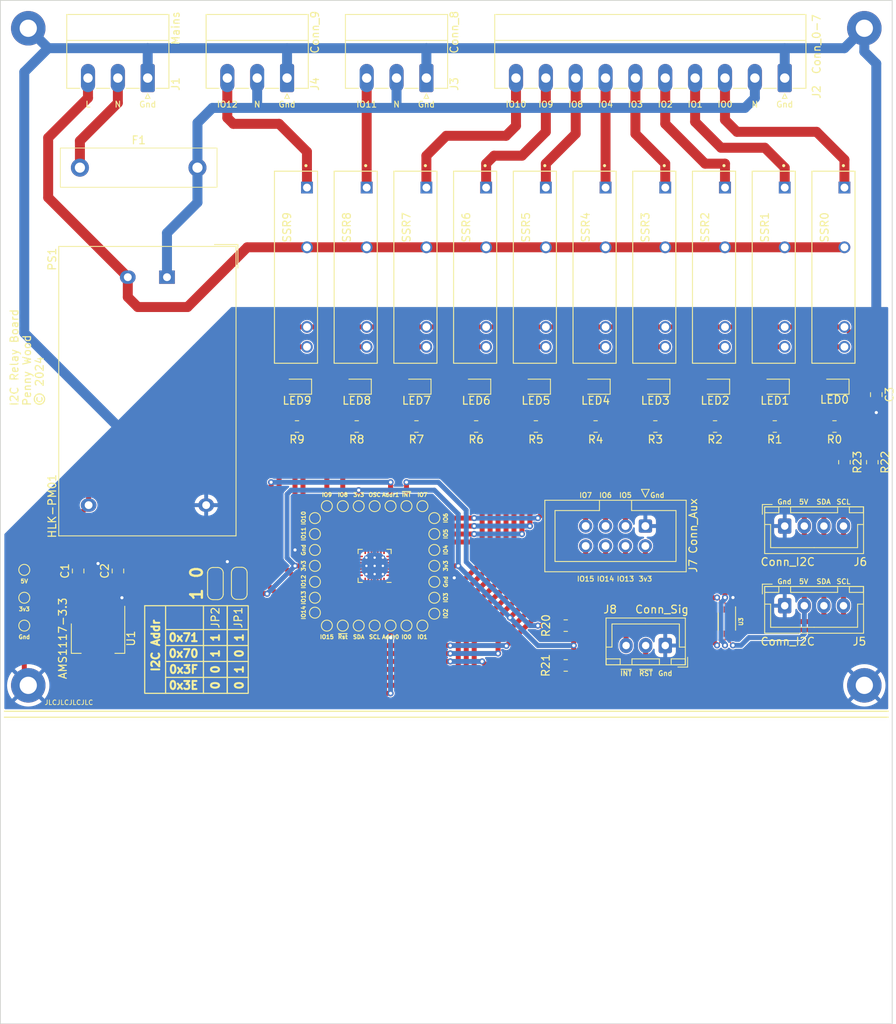
<source format=kicad_pcb>
(kicad_pcb (version 20240108) (generator "pcbnew") (generator_version "8.0")
  (title_block (title "I2C Relay Controller") (rev "2") (company "Perth Artifactory") (comment 1 "Penny Wood"))
  (layers (0 "F.Cu" signal) (31 "B.Cu" signal) (34 "B.Paste" user) (35 "F.Paste" user) (36 "B.SilkS" user "B.Silkscreen") (37 "F.SilkS" user "F.Silkscreen") (38 "B.Mask" user) (39 "F.Mask" user) (44 "Edge.Cuts" user))
  (net 0 "")
  (net 1 "+5V")
  (net 2 "GND")
  (net 3 "/Relay Controller/OSCIO")
  (net 4 "LINE")
  (net 5 "NEUT")
  (net 6 "Net-(LED1-K)")
  (net 7 "Net-(LED2-K)")
  (net 8 "Net-(LED3-K)")
  (net 9 "Net-(LED4-K)")
  (net 10 "Net-(LED5-K)")
  (net 11 "Net-(LED6-K)")
  (net 12 "Net-(LED7-K)")
  (net 13 "Net-(LED8-K)")
  (net 14 "Net-(LED9-K)")
  (net 15 "Net-(J3-Pin_3)")
  (net 16 "Net-(J4-Pin_3)")
  (net 17 "Net-(J2-Pin_3)")
  (net 18 "Net-(J2-Pin_7)")
  (net 19 "Net-(J2-Pin_5)")
  (net 20 "Net-(J2-Pin_10)")
  (net 21 "Net-(J2-Pin_6)")
  (net 22 "Net-(J2-Pin_8)")
  (net 23 "Net-(J2-Pin_9)")
  (net 24 "Net-(J2-Pin_4)")
  (net 25 "Net-(LED0-K)")
  (net 26 "Net-(J1-Pin_2)")
  (net 27 "/Relay Controller/3v3")
  (net 28 "SDA")
  (net 29 "SCL")
  (net 30 "/Relay Controller/IO13")
  (net 31 "/Relay Controller/IO6")
  (net 32 "/Relay Controller/IO5")
  (net 33 "/Relay Controller/IO15")
  (net 34 "/Relay Controller/IO14")
  (net 35 "/Relay Controller/IO7")
  (net 36 "/Relay Controller/ADDR0")
  (net 37 "/Relay Controller/ADDR1")
  (net 38 "/Relay Controller/IO0")
  (net 39 "/Relay Controller/IO1")
  (net 40 "/Relay Controller/IO2")
  (net 41 "/Relay Controller/~{INT}")
  (net 42 "/Relay Controller/~{RST}")
  (net 43 "/Relay Controller/IO12")
  (net 44 "/Relay Controller/SCL_3v3")
  (net 45 "/Relay Controller/IO9")
  (net 46 "/Relay Controller/IO10")
  (net 47 "/Relay Controller/IO4")
  (net 48 "/Relay Controller/IO11")
  (net 49 "/Relay Controller/SDA_3v3")
  (net 50 "/Relay Controller/IO8")
  (net 51 "/Relay Controller/IO3")
  (footprint "Footprints:TestPoint_Pad_D1.0mm" (layer "F.Cu") (at 102.616 93.98 -90)
    (property "Reference" "3v3")
    (property "Value" "" (hide yes))
  )
  (footprint "Footprints:TestPoint_Pad_D1.0mm" (layer "F.Cu") (at 87.376 87.884 90)
    (property "Reference" "IO10")
    (property "Value" "")
  )
  (footprint "Connector_JST:JST_XH_B3B-XH-A_1x03_P2.50mm_Vertical" (layer "F.Cu") (at 132.08 104.14 180)
    (property "Reference" "J8")
    (property "Value" "Conn_Sig")
  )
  (footprint "Footprints:TestPoint_Pad_D1.0mm" (layer "F.Cu") (at 99.06 86.36)
    (property "Reference" "~{INT}")
    (property "Value" "" (hide yes))
  )
  (footprint "Footprints:TestPoint_Pad_D1.0mm" (layer "F.Cu") (at 87.376 96.012 90)
    (property "Reference" "IO12")
    (property "Value" "" (hide yes))
  )
  (footprint "Package_DFN_QFN:QFN-28-1EP_4x4mm_P0.4mm_EP2.6x2.6mm_ThermalVias" (layer "F.Cu") (at 94.996 93.98 180)
    (property "Reference" "U2" (hide yes))
    (property "Value" "SX1509BIULTRT" (hide yes))
  )
  (footprint "Resistor_SMD:R_0805_2012Metric_Pad1.20x1.40mm_HandSolder" (layer "F.Cu") (at 115.57 76.2 180)
    (property "Reference" "R5")
    (property "Value" "4k7")
  )
  (footprint "LED_SMD:LED_0805_2012Metric_Pad1.15x1.40mm_HandSolder" (layer "F.Cu") (at 100.33 71.12 180)
    (property "Reference" "LED7")
    (property "Value" "LED_Small" (hide yes))
  )
  (footprint "Resistor_SMD:R_0805_2012Metric_Pad1.20x1.40mm_HandSolder" (layer "F.Cu") (at 146.05 76.2 180)
    (property "Reference" "R1")
    (property "Value" "4k7")
  )
  (footprint "Footprints:TestPoint_Pad_D1.0mm" (layer "F.Cu") (at 102.616 89.916 -90)
    (property "Reference" "IO5")
    (property "Value" "")
  )
  (footprint "Footprints:TestPoint_Pad_D1.0mm" (layer "F.Cu") (at 87.376 91.948 90)
    (property "Reference" "Gnd")
    (property "Value" "")
  )
  (footprint "Resistor_SMD:R_0805_2012Metric_Pad1.20x1.40mm_HandSolder" (layer "F.Cu") (at 123.19 76.2 180)
    (property "Reference" "R4")
    (property "Value" "4k7")
  )
  (footprint "LED_SMD:LED_0805_2012Metric_Pad1.15x1.40mm_HandSolder" (layer "F.Cu") (at 153.67 71.12 180)
    (property "Reference" "LED0")
    (property "Value" "LED_Small" (hide yes))
  )
  (footprint "Footprints:RELAY_G3MB202PDC12" (layer "F.Cu") (at 84.96 55.88 -90)
    (property "Reference" "SSR9")
    (property "Value" "34.81-8240")
  )
  (footprint "Resistor_SMD:R_0805_2012Metric_Pad1.20x1.40mm_HandSolder" (layer "F.Cu") (at 138.43 76.2 180)
    (property "Reference" "R2")
    (property "Value" "4k7")
  )
  (footprint "Footprints:TestPoint_Pad_D1.0mm" (layer "F.Cu") (at 87.376 93.98 90)
    (property "Reference" "3v3")
    (property "Value" "" (hide yes))
  )
  (footprint "Footprints:TestPoint_Pad_D1.0mm" (layer "F.Cu") (at 102.616 100.076 -90)
    (property "Reference" "IO2")
    (property "Value" "")
  )
  (footprint "Footprints:TestPoint_Pad_D1.0mm" (layer "F.Cu") (at 94.996 86.36)
    (property "Reference" "OSC")
    (property "Value" "" (hide yes))
  )
  (footprint "Resistor_SMD:R_0805_2012Metric_Pad1.20x1.40mm_HandSolder" (layer "F.Cu") (at 130.81 76.2 180)
    (property "Reference" "R3")
    (property "Value" "4k7")
  )
  (footprint "Footprints:RELAY_G3MB202PDC12" (layer "F.Cu") (at 100.2 55.88 -90)
    (property "Reference" "SSR7")
    (property "Value" "34.81-8240")
  )
  (footprint "Footprints:TestPoint_Pad_D1.0mm" (layer "F.Cu") (at 90.932 86.36)
    (property "Reference" "IO8")
    (property "Value" "")
  )
  (footprint "Footprints:TestPoint_Pad_D1.0mm" (layer "F.Cu") (at 50.292 101.6 180)
    (property "Reference" "Gnd")
    (property "Value" "")
  )
  (footprint "Connector_Phoenix_MC:PhoenixContact_MC_1,5_10-G-3.81_1x10_P3.81mm_Horizontal" (layer "F.Cu") (at 147.32 31.75 180)
    (property "Reference" "J2")
    (property "Value" "Conn_0-7")
  )
  (footprint "MountingHole:MountingHole_2.2mm_M2_Pad" (layer "F.Cu") (at 157.48 109.22)
    (property "Reference" "H4" (hide yes))
    (property "Value" "MountingHole_2.2mm_M2_Pad" (hide yes))
  )
  (footprint "Footprints:TestPoint_Pad_D1.0mm" (layer "F.Cu") (at 97.028 86.36)
    (property "Reference" "Addr1")
    (property "Value" "" (hide yes))
  )
  (footprint "Resistor_SMD:R_0805_2012Metric_Pad1.20x1.40mm_HandSolder" (layer "F.Cu") (at 100.33 76.2 180)
    (property "Reference" "R7")
    (property "Value" "4k7")
  )
  (footprint "Resistor_SMD:R_0805_2012Metric_Pad1.20x1.40mm_HandSolder" (layer "F.Cu") (at 85.09 76.2 180)
    (property "Reference" "R9")
    (property "Value" "4k7")
  )
  (footprint "Footprints:RELAY_G3MB202PDC12" (layer "F.Cu") (at 138.3 55.88 -90)
    (property "Reference" "SSR2")
    (property "Value" "34.81-8240")
  )
  (footprint "Package_TO_SOT_SMD:SOT-223-3_TabPin2" (layer "F.Cu") (at 59.704 103.226 -90)
    (property "Reference" "U1")
    (property "Value" "AMS1117-3.3")
  )
  (footprint "Footprints:TestPoint_Pad_D1.0mm" (layer "F.Cu") (at 102.616 91.948 -90)
    (property "Reference" "IO4")
    (property "Value" "" (hide yes))
  )
  (footprint "Connector_JST:JST_XH_B4B-XH-A_1x04_P2.50mm_Vertical" (layer "F.Cu") (at 147.32 88.9)
    (property "Reference" "J6")
    (property "Value" "Conn_I2C")
  )
  (footprint "Footprints:TestPoint_Pad_D1.0mm" (layer "F.Cu") (at 101.092 86.36)
    (property "Reference" "IO7")
    (property "Value" "")
  )
  (footprint "Capacitor_SMD:C_0805_2012Metric" (layer "F.Cu") (at 159.004 72.136 -90)
    (property "Reference" "C3")
    (property "Value" "0.1uF")
  )
  (footprint "Footprints:TestPoint_Pad_D1.0mm" (layer "F.Cu") (at 92.964 101.6 180)
    (property "Reference" "SDA")
    (property "Value" "3v3" (hide yes))
  )
  (footprint "Footprints:TestPoint_Pad_D1.0mm" (layer "F.Cu") (at 50.292 94.488 180)
    (property "Reference" "5V")
    (property "Value" "")
  )
  (footprint "Converter_ACDC:Converter_ACDC_Hi-Link_HLK-PMxx" (layer "F.Cu") (at 68.5 57.15 -90)
    (property "Reference" "PS1")
    (property "Value" "HLK-PM01")
  )
  (footprint "Footprints:TestPoint_Pad_D1.0mm" (layer "F.Cu") (at 87.376 89.916 90)
    (property "Reference" "IO11")
    (property "Value" "")
  )
  (footprint "MountingHole:MountingHole_2.2mm_M2_Pad" (layer "F.Cu") (at 50.8 109.22)
    (property "Reference" "H3" (hide yes))
    (property "Value" "MountingHole_2.2mm_M2_Pad" (hide yes))
  )
  (footprint "Connector_JST:JST_XH_B4B-XH-A_1x04_P2.50mm_Vertical" (layer "F.Cu") (at 147.32 99.06)
    (property "Reference" "J5")
    (property "Value" "Conn_I2C")
  )
  (footprint "Resistor_SMD:R_0805_2012Metric_Pad1.20x1.40mm_HandSolder" (layer "F.Cu") (at 158.496 80.756 -90)
    (property "Reference" "R22")
    (property "Value" "R" (hide yes))
  )
  (footprint "Capacitor_SMD:C_0805_2012Metric" (layer "F.Cu") (at 62.244 94.631 90)
    (property "Reference" "C2")
    (property "Value" "10uF")
  )
  (footprint "Footprints:TestPoint_Pad_D1.0mm" (layer "F.Cu") (at 101.092 101.6 180)
    (property "Reference" "IO1")
    (property "Value" "")
  )
  (footprint "Footprints:TestPoint_Pad_D1.0mm" (layer "F.Cu") (at 87.376 99.949 90)
    (property "Reference" "IO14")
    (property "Value" "")
  )
  (footprint "Footprints:Fuseholder_5x20mm_15mm_Pins" (layer "F.Cu") (at 57.39 43.18)
    (property "Reference" "F1")
    (property "Value" "2A")
  )
  (footprint "LED_SMD:LED_0805_2012Metric_Pad1.15x1.40mm_HandSolder" (layer "F.Cu") (at 107.95 71.12 180)
    (property "Reference" "LED6")
    (property "Value" "LED_Small" (hide yes))
  )
  (footprint "Footprints:TestPoint_Pad_D1.0mm" (layer "F.Cu") (at 99.06 101.6 180)
    (property "Reference" "IO0")
    (property "Value" "")
  )
  (footprint "LED_SMD:LED_0805_2012Metric_Pad1.15x1.40mm_HandSolder" (layer "F.Cu") (at 146.05 71.12 180)
    (property "Reference" "LED1")
    (property "Value" "LED_Small" (hide yes))
  )
  (footprint "Connector_Phoenix_MC:PhoenixContact_MC_1,5_3-G-3.81_1x03_P3.81mm_Horizontal" (layer "F.Cu") (at 101.6 31.75 180)
    (property "Reference" "J3")
    (property "Value" "Conn_8")
  )
  (footprint "LED_SMD:LED_0805_2012Metric_Pad1.15x1.40mm_HandSolder" (layer "F.Cu") (at 92.71 71.12 180)
    (property "Reference" "LED8")
    (property "Value" "LED_Small" (hide yes))
  )
  (footprint "Footprints:TestPoint_Pad_D1.0mm" (layer "F.Cu") (at 92.964 86.36)
    (property "Reference" "3v3")
    (property "Value" "")
  )
  (footprint "Footprints:RELAY_G3MB202PDC12" (layer "F.Cu") (at 153.54 55.88 -90)
    (property "Reference" "SSR0")
    (property "Value" "34.81-8240")
  )
  (footprint "Footprints:TestPoint_Pad_D1.0mm" (layer "F.Cu") (at 90.932 101.6 180)
    (property "Reference" "~{Rst}")
    (property "Value" "")
  )
  (footprint "Footprints:TestPoint_Pad_D1.0mm" (layer "F.Cu") (at 102.616 87.884 -90)
    (property "Reference" "IO6")
    (property "Value" "")
  )
  (footprint "Resistor_SMD:R_0805_2012Metric_Pad1.20x1.40mm_HandSolder" (layer "F.Cu") (at 119.38 101.6 180)
    (property "Reference" "R20")
    (property "Value" "10k")
  )
  (footprint "Footprints:RELAY_G3MB202PDC12" (layer "F.Cu") (at 107.82 55.88 -90)
    (property "Reference" "SSR6")
    (property "Value" "34.81-8240")
  )
  (footprint "Resistor_SMD:R_0805_2012Metric_Pad1.20x1.40mm_HandSolder" (layer "F.Cu") (at 107.95 76.2 180)
    (property "Reference" "R6")
    (property "Value" "4k7")
  )
  (footprint "Resistor_SMD:R_0805_2012Metric_Pad1.20x1.40mm_HandSolder" (layer "F.Cu") (at 153.67 76.2 180)
    (property "Reference" "R0")
    (property "Value" "4k7")
  )
  (footprint "Footprints:TestPoint_Pad_D1.0mm" (layer "F.Cu") (at 88.9 86.36)
    (property "Reference" "IO9")
    (property "Value" "")
  )
  (footprint "LED_SMD:LED_0805_2012Metric_Pad1.15x1.40mm_HandSolder" (layer "F.Cu") (at 115.57 71.12 180)
    (property "Reference" "LED5")
    (property "Value" "LED_Small" (hide yes))
  )
  (footprint "Footprints:RELAY_G3MB202PDC12" (layer "F.Cu") (at 92.58 55.88 -90)
    (property "Reference" "SSR8")
    (property "Value" "34.81-8240")
  )
  (footprint "Footprints:RELAY_G3MB202PDC12" (layer "F.Cu") (at 115.44 55.88 -90)
    (property "Reference" "SSR5")
    (property "Value" "34.81-8240")
  )
  (footprint "Footprints:RELAY_G3MB202PDC12" (layer "F.Cu") (at 130.68 55.88 -90)
    (property "Reference" "SSR3")
    (property "Value" "34.81-8240")
  )
  (footprint "Footprints:TestPoint_Pad_D1.0mm" (layer "F.Cu") (at 102.616 98.044 -90)
    (property "Reference" "IO3")
    (property "Value" "" (hide yes))
  )
  (footprint "Package_SO:VSSOP-8_2.3x2mm_P0.5mm" (layer "F.Cu") (at 139.95 101.092 -90)
    (property "Reference" "U3")
    (property "Value" "TCA9406DC")
  )
  (footprint "LED_SMD:LED_0805_2012Metric_Pad1.15x1.40mm_HandSolder" (layer "F.Cu") (at 123.19 71.12 180)
    (property "Reference" "LED4")
    (property "Value" "LED_Small" (hide yes))
  )
  (footprint "Footprints:TestPoint_Pad_D1.0mm" (layer "F.Cu") (at 97.028 101.6 180)
    (property "Reference" "Addr0")
    (property "Value" "")
  )
  (footprint "Resistor_SMD:R_0805_2012Metric_Pad1.20x1.40mm_HandSolder" (layer "F.Cu") (at 154.94 80.756 -90)
    (property "Reference" "R23")
    (property "Value" "R" (hide yes))
  )
  (footprint "Capacitor_SMD:C_0805_2012Metric" (layer "F.Cu") (at 57.164 94.631 90)
    (property "Reference" "C1")
    (property "Value" "0.1uF")
  )
  (footprint "LED_SMD:LED_0805_2012Metric_Pad1.15x1.40mm_HandSolder" (layer "F.Cu") (at 130.81 71.12 180)
    (property "Reference" "LED3")
    (property "Value" "LED_Small" (hide yes))
  )
  (footprint "LED_SMD:LED_0805_2012Metric_Pad1.15x1.40mm_HandSolder" (layer "F.Cu") (at 85.09 71.12 180)
    (property "Reference" "LED9")
    (property "Value" "LED_Small" (hide yes))
  )
  (footprint "Connector_IDC:IDC-Header_2x04_P2.54mm_Vertical" (layer "F.Cu") (at 129.54 88.9 -90)
    (property "Reference" "J7")
    (property "Value" "Conn_Aux")
  )
  (footprint "Connector_Phoenix_MC:PhoenixContact_MC_1,5_3-G-3.81_1x03_P3.81mm_Horizontal" (layer "F.Cu") (at 83.82 31.75 180)
    (property "Reference" "J4")
    (property "Value" "Conn_9")
  )
  (footprint "Footprints:TestPoint_Pad_D1.0mm" (layer "F.Cu") (at 50.292 98.044 180)
    (property "Reference" "3v3")
    (property "Value" "")
  )
  (footprint "Footprints:TestPoint_Pad_D1.0mm" (layer "F.Cu") (at 87.376 98.044 90)
    (property "Reference" "IO13")
    (property "Value" "")
  )
  (footprint "Footprints:RELAY_G3MB202PDC12" (layer "F.Cu") (at 123.06 55.88 -90)
    (property "Reference" "SSR4")
    (property "Value" "34.81-8240")
  )
  (footprint "Jumper:SolderJumper-3_P1.3mm_Bridged12_RoundedPad1.0x1.5mm_NumberLabels" (layer "F.Cu") (at 74.676 96.236 -90)
    (property "Reference" "JP2")
    (property "Value" "ADDR1" (hide yes))
  )
  (footprint "MountingHole:MountingHole_2.2mm_M2_Pad" (layer "F.Cu") (at 50.8 25.4)
    (property "Reference" "H1" (hide yes))
    (property "Value" "MountingHole_2.2mm_M2_Pad" (hide yes))
  )
  (footprint "Footprints:TestPoint_Pad_D1.0mm" (layer "F.Cu") (at 88.9 101.6 180)
    (property "Reference" "IO15")
    (property "Value" "")
  )
  (footprint "Resistor_SMD:R_0805_2012Metric_Pad1.20x1.40mm_HandSolder" (layer "F.Cu") (at 92.71 76.2 180)
    (property "Reference" "R8")
    (property "Value" "4k7")
  )
  (footprint "Footprints:TestPoint_Pad_D1.0mm" (layer "F.Cu") (at 102.616 96.012 -90)
    (property "Reference" "Gnd")
    (property "Value" "" (hide yes))
  )
  (footprint "Footprints:TestPoint_Pad_D1.0mm" (layer "F.Cu") (at 94.996 101.6 180)
    (property "Reference" "SCL")
    (property "Value" "3v3" (hide yes))
  )
  (footprint "Connector_Phoenix_MC:PhoenixContact_MC_1,5_3-G-3.81_1x03_P3.81mm_Horizontal" (layer "F.Cu") (at 66.04 31.75 180)
    (property "Reference" "J1")
    (property "Value" "Mains")
  )
  (footprint "Resistor_SMD:R_0805_2012Metric_Pad1.20x1.40mm_HandSolder" (layer "F.Cu") (at 119.38 106.68 180)
    (property "Reference" "R21")
    (property "Value" "10k")
  )
  (footprint "Footprints:RELAY_G3MB202PDC12" (layer "F.Cu") (at 145.92 55.88 -90)
    (property "Reference" "SSR1")
    (property "Value" "34.81-8240")
  )
  (footprint "Jumper:SolderJumper-3_P1.3mm_Bridged12_RoundedPad1.0x1.5mm_NumberLabels" (layer "F.Cu") (at 77.724 96.206 -90)
    (property "Reference" "JP1")
    (property "Value" "ADDR0" (hide yes))
  )
  (footprint "LED_SMD:LED_0805_2012Metric_Pad1.15x1.40mm_HandSolder" (layer "F.Cu") (at 138.43 71.12 180)
    (property "Reference" "LED2")
    (property "Value" "LED_Small" (hide yes))
  )
  (footprint "MountingHole:MountingHole_2.2mm_M2_Pad" (layer "F.Cu") (at 157.48 25.4)
    (property "Reference" "H2" (hide yes))
    (property "Value" "MountingHole_2.2mm_M2_Pad" (hide yes))
  )
  (gr_line (start 68.326 99.06) (end 68.326 110.236) (stroke (width 0.15)) (layer "F.SilkS"))
  (gr_line (start 78.74 104.14) (end 68.3895 104.14) (stroke (width 0.15)) (layer "F.SilkS"))
  (gr_line (start 47.752 112.522) (end 160.528 112.522) (stroke (width 0.15)) (layer "F.SilkS"))
  (gr_line (start 78.867 108.204) (end 68.326 108.204) (stroke (width 0.15)) (layer "F.SilkS"))
  (gr_rect (start 76.1746 110.236) (end 76.2 99.06) (stroke (width 0.15)) (fill none) (layer "F.SilkS"))
  (gr_line (start 47.752 113.284) (end 160.528 113.284) (stroke (width 0.15)) (layer "F.SilkS"))
  (gr_line (start 68.326 106.172) (end 78.867 106.172) (stroke (width 0.15)) (layer "F.SilkS"))
  (gr_line (start 68.326 102.108) (end 78.867 102.108) (stroke (width 0.15)) (layer "F.SilkS"))
  (gr_line (start 73.152 110.236) (end 73.152 99.06) (stroke (width 0.15)) (layer "F.SilkS"))
  (gr_rect (start 65.659 110.236) (end 78.867 99.06) (stroke (width 0.15)) (fill none) (layer "F.SilkS"))
  (gr_rect (start 47.244 21.844) (end 161.036 152.4) (stroke (width 0.1)) (fill none) (layer "Edge.Cuts"))
  (gr_text "IO5" (at 127 85.344 0) (layer "F.SilkS") (effects (font (size 0.635 0.635) (thickness 0.127) (bold yes)) (justify bottom)))
  (gr_text "0" (at 74.676 107.188 90) (layer "F.SilkS") (effects (font (size 1.016 1.016) (thickness 0.254) (bold yes))))
  (gr_text "0" (at 73.152 95.728 90) (layer "F.SilkS") (effects (font (size 1.5 1.5) (thickness 0.3) (bold yes)) (justify left bottom)))
  (gr_text "N" (at 143.51 35.56 0) (layer "F.SilkS") (effects (font (size 0.762 0.762) (thickness 0.127) (bold yes)) (justify bottom)))
  (gr_text "~{INT}" (at 127.08 107.696 0) (layer "F.SilkS") (effects (font (size 0.635 0.635) (thickness 0.127) (bold yes))))
  (gr_text "1" (at 77.724 107.188 90) (layer "F.SilkS") (effects (font (size 1.016 1.016) (thickness 0.254) (bold yes))))
  (gr_text "L" (at 58.42 35.56 0) (layer "F.SilkS") (effects (font (size 0.762 0.762) (thickness 0.127) (bold yes)) (justify bottom)))
  (gr_text "3v3" (at 129.54 96.012 0) (layer "F.SilkS") (effects (font (size 0.635 0.635) (thickness 0.127) (bold yes)) (justify bottom)))
  (gr_text "IO4" (at 124.46 35.56 0) (layer "F.SilkS") (effects (font (size 0.762 0.762) (thickness 0.127) (bold yes)) (justify bottom)))
  (gr_text "Gnd" (at 66.04 35.56 0) (layer "F.SilkS") (effects (font (size 0.762 0.762) (thickness 0.127) (bold yes)) (justify bottom)))
  (gr_text "5V" (at 149.74 86.18728 0) (layer "F.SilkS") (effects (font (size 0.635 0.635) (thickness 0.127) (bold yes)) (justify bottom)))
  (gr_text "IO9" (at 116.84 35.56 0) (layer "F.SilkS") (effects (font (size 0.762 0.762) (thickness 0.127) (bold yes)) (justify bottom)))
  (gr_text "IO11" (at 93.98 35.56 0) (layer "F.SilkS") (effects (font (size 0.762 0.762) (thickness 0.127) (bold yes)) (justify bottom)))
  (gr_text "Gnd" (at 147.28636 86.18728 0) (layer "F.SilkS") (effects (font (size 0.635 0.635) (thickness 0.127) (bold yes)) (justify bottom)))
  (gr_text "SDA" (at 152.28 86.18728 0) (layer "F.SilkS") (effects (font (size 0.635 0.635) (thickness 0.127) (bold yes)) (justify bottom)))
  (gr_text "1" (at 77.724 103.124 90) (layer "F.SilkS") (effects (font (size 1.016 1.016) (thickness 0.254) (bold yes))))
  (gr_text "0x3F" (at 70.612 107.188 0) (layer "F.SilkS") (effects (font (size 1.016 1.016) (thickness 0.254) (bold yes))))
  (gr_text "Gnd" (at 83.82 35.56 0) (layer "F.SilkS") (effects (font (size 0.762 0.762) (thickness 0.127) (bold yes)) (justify bottom)))
  (gr_text "IO3" (at 128.27 35.56 0) (layer "F.SilkS") (effects (font (size 0.762 0.762) (thickness 0.127) (bold yes)) (justify bottom)))
  (gr_text "0x71" (at 70.612 103.124 0) (layer "F.SilkS") (effects (font (size 1.016 1.016) (thickness 0.254) (bold yes))))
  (gr_text "5V" (at 149.74 96.34728 0) (layer "F.SilkS") (effects (font (size 0.635 0.635) (thickness 0.127) (bold yes)) (justify bottom)))
  (gr_text "SDA" (at 152.28 96.34728 0) (layer "F.SilkS") (effects (font (size 0.635 0.635) (thickness 0.127) (bold yes)) (justify bottom)))
  (gr_text "IO1" (at 135.89 35.56 0) (layer "F.SilkS") (effects (font (size 0.762 0.762) (thickness 0.127) (bold yes)) (justify bottom)))
  (gr_text "IO10" (at 113.03 35.56 0) (layer "F.SilkS") (effects (font (size 0.762 0.762) (thickness 0.127) (bold yes)) (justify bottom)))
  (gr_text "IO7" (at 121.92 85.344 0) (layer "F.SilkS") (effects (font (size 0.635 0.635) (thickness 0.127) (bold yes)) (justify bottom)))
  (gr_text "SCL" (at 154.82 96.34728 0) (layer "F.SilkS") (effects (font (size 0.635 0.635) (thickness 0.127) (bold yes)) (justify bottom)))
  (gr_text "IO14" (at 124.46 96.012 0) (layer "F.SilkS") (effects (font (size 0.635 0.635) (thickness 0.127) (bold yes)) (justify bottom)))
  (gr_text "0" (at 77.724 105.156 90) (layer "F.SilkS") (effects (font (size 1.016 1.016) (thickness 0.254) (bold yes))))
  (gr_text "0x70" (at 70.612 105.156 0) (layer "F.SilkS") (effects (font (size 1.016 1.016) (thickness 0.254) (bold yes))))
  (gr_text "IO8" (at 120.65 35.56 0) (layer "F.SilkS") (effects (font (size 0.762 0.762) (thickness 0.127) (bold yes)) (justify bottom)))
  (gr_text "Gnd" (at 147.32 35.56 0) (layer "F.SilkS") (effects (font (size 0.762 0.762) (thickness 0.127) (bold yes)) (justify bottom)))
  (gr_text "I2C Addr" (at 67.056 104.14 90) (layer "F.SilkS") (effects (font (size 1.016 1.016) (thickness 0.254) (bold yes))))
  (gr_text "~{RST}" (at 129.62 107.696 0) (layer "F.SilkS") (effects (font (size 0.635 0.635) (thickness 0.127) (bold yes))))
  (gr_text "JLCJLCJLCJLC" (at 52.832 111.76 0) (layer "F.SilkS") (effects (font (size 0.6 0.6) (thickness 0.1) (bold yes)) (justify left bottom)))
  (gr_text "IO13" (at 127 96.012 0) (layer "F.SilkS") (effects (font (size 0.635 0.635) (thickness 0.127) (bold yes)) (justify bottom)))
  (gr_text "0" (at 74.676 109.22 90) (layer "F.SilkS") (effects (font (size 1.016 1.016) (thickness 0.254) (bold yes))))
  (gr_text "SCL" (at 154.82 86.18728 0) (layer "F.SilkS") (effects (font (size 0.635 0.635) (thickness 0.127) (bold yes)) (justify bottom)))
  (gr_text "Gnd" (at 132.08 107.696 0) (layer "F.SilkS") (effects (font (size 0.635 0.635) (thickness 0.127) (bold yes))))
  (gr_text "IO2" (at 132.08 35.56 0) (layer "F.SilkS") (effects (font (size 0.762 0.762) (thickness 0.127) (bold yes)) (justify bottom)))
  (gr_text "I2C Relay Board\nPenny Wood\n© 2024" (at 52.832 73.66 90) (layer "F.SilkS") (effects (font (size 1 1)) (justify left bottom)))
  (gr_text "IO15" (at 121.92 96.012 0) (layer "F.SilkS") (effects (font (size 0.635 0.635) (thickness 0.127) (bold yes)) (justify bottom)))
  (gr_text "1" (at 73.152 98.522 90) (layer "F.SilkS") (effects (font (size 1.5 1.5) (thickness 0.3) (bold yes)) (justify left bottom)))
  (gr_text "IO12" (at 76.2 35.56 0) (layer "F.SilkS") (effects (font (size 0.762 0.762) (thickness 0.127) (bold yes)) (justify bottom)))
  (gr_text "Gnd" (at 147.28636 96.34728 0) (layer "F.SilkS") (effects (font (size 0.635 0.635) (thickness 0.127) (bold yes)) (justify bottom)))
  (gr_text "N" (at 97.79 35.56 0) (layer "F.SilkS") (effects (font (size 0.762 0.762) (thickness 0.127) (bold yes)) (justify bottom)))
  (gr_text "Gnd" (at 131.064 85.344 0) (layer "F.SilkS") (effects (font (size 0.635 0.635) (thickness 0.127) (bold yes)) (justify bottom)))
  (gr_text "N" (at 80.01 35.56 0) (layer "F.SilkS") (effects (font (size 0.762 0.762) (thickness 0.127) (bold yes)) (justify bottom)))
  (gr_text "IO6" (at 124.46 85.344 0) (layer "F.SilkS") (effects (font (size 0.635 0.635) (thickness 0.127) (bold yes)) (justify bottom)))
  (gr_text "1" (at 74.676 103.124 90) (layer "F.SilkS") (effects (font (size 1.016 1.016) (thickness 0.254) (bold yes))))
  (gr_text "1" (at 74.676 105.156 90) (layer "F.SilkS") (effects (font (size 1.016 1.016) (thickness 0.254) (bold yes))))
  (gr_text "Gnd" (at 101.6 35.56 0) (layer "F.SilkS") (effects (font (size 0.762 0.762) (thickness 0.127) (bold yes)) (justify bottom)))
  (gr_text "IO0" (at 139.7 35.56 0) (layer "F.SilkS") (effects (font (size 0.762 0.762) (thickness 0.127) (bold yes)) (justify bottom)))
  (gr_text "0x3E" (at 70.612 109.22 0) (layer "F.SilkS") (effects (font (size 1.016 1.016) (thickness 0.254) (bold yes))))
  (gr_text "0" (at 77.724 109.22 90) (layer "F.SilkS") (effects (font (size 1.016 1.016) (thickness 0.254) (bold yes))))
  (gr_text "N" (at 62.23 35.56 0) (layer "F.SilkS") (effects (font (size 0.762 0.762) (thickness 0.127) (bold yes)) (justify bottom)))
  (segment (start 152.645 71.12) (end 154.9355 68.8295) (width 0.635) (layer "F.Cu") (net 1))
  (segment (start 129.785 71.12) (end 133.985 66.92) (width 0.635) (layer "F.Cu") (net 1))
  (segment (start 149.82 88.9) (end 149.82 83.098) (width 0.635) (layer "F.Cu") (net 1))
  (segment (start 159.004 71.186) (end 157.038 71.186) (width 0.635) (layer "F.Cu") (net 1))
  (segment (start 154.94 63.5) (end 156.845 65.405) (width 0.635) (layer "F.Cu") (net 1))
  (segment (start 77.724 63.5) (end 88.265 63.5) (width 0.635) (layer "F.Cu") (net 1))
  (segment (start 141.605 66.92) (end 141.605 63.5) (width 0.635) (layer "F.Cu") (net 1))
  (segment (start 153.162 79.756) (end 154.94 79.756) (width 0.635) (layer "F.Cu") (net 1))
  (segment (start 118.745 63.5) (end 111.125 63.5) (width 0.635) (layer "F.Cu") (net 1))
  (segment (start 154.9355 68.8295) (end 156.845 66.92) (width 0.635) (layer "F.Cu") (net 1))
  (segment (start 156.845 65.405) (end 156.845 66.92) (width 0.635) (layer "F.Cu") (net 1))
  (segment (start 133.985 66.92) (end 133.985 63.5) (width 0.635) (layer "F.Cu") (net 1))
  (segment (start 156.972 71.12) (end 156.972 70.866) (width 0.635) (layer "F.Cu") (net 1))
  (segment (start 149.82 88.9) (end 149.82 99.06) (width 0.635) (layer "F.Cu") (net 1))
  (segment (start 149.82 83.098) (end 153.162 79.756) (width 0.635) (layer "F.Cu") (net 1))
  (segment (start 54.864 89.916) (end 55.372 89.408) (width 0.635) (layer "F.Cu") (net 1))
  (segment (start 99.305 71.12) (end 103.505 66.92) (width 0.635) (layer "F.Cu") (net 1))
  (segment (start 111.125 66.92) (end 111.125 63.5) (width 0.635) (layer "F.Cu") (net 1))
  (segment (start 88.265 66.92) (end 88.265 63.5) (width 0.635) (layer "F.Cu") (net 1))
  (segment (start 55.449 95.581) (end 54.864 94.996) (width 0.635) (layer "F.Cu") (net 1))
  (segment (start 149.225 66.92) (end 149.225 63.5) (width 0.635) (layer "F.Cu") (net 1))
  (segment (start 149.82 99.06) (end 149.74 99.14) (width 0.635) (layer "F.Cu") (net 1))
  (segment (start 122.165 71.12) (end 126.365 66.92) (width 0.635) (layer "F.Cu") (net 1))
  (segment (start 58.5 86.23) (end 58.5 82.724) (width 0.635) (layer "F.Cu") (net 1))
  (segment (start 58.5 82.724) (end 77.724 63.5) (width 0.635) (layer "F.Cu") (net 1))
  (segment (start 145.025 71.12) (end 149.225 66.92) (width 0.635) (layer "F.Cu") (net 1))
  (segment (start 103.505 63.5) (end 95.885 63.5) (width 0.635) (layer "F.Cu") (net 1))
  (segment (start 54.864 94.996) (end 54.864 89.916) (width 0.635) (layer "F.Cu") (net 1))
  (segment (start 156.972 79.756) (end 158.496 79.756) (width 0.635) (layer "F.Cu") (net 1))
  (segment (start 157.038 71.186) (end 156.972 71.12) (width 0.635) (layer "F.Cu") (net 1))
  (segment (start 84.065 71.12) (end 88.265 66.92) (width 0.635) (layer "F.Cu") (net 1))
  (segment (start 149.225 63.5) (end 141.605 63.5) (width 0.635) (layer "F.Cu") (net 1))
  (segment (start 133.985 63.5) (end 126.365 63.5) (width 0.635) (layer "F.Cu") (net 1))
  (segment (start 156.972 79.756) (end 156.972 71.12) (width 0.635) (layer "F.Cu") (net 1))
  (segment (start 106.925 71.12) (end 111.125 66.92) (width 0.635) (layer "F.Cu") (net 1))
  (segment (start 126.365 63.5) (end 118.745 63.5) (width 0.635) (layer "F.Cu") (net 1))
  (segment (start 95.885 66.92) (end 95.885 63.5) (width 0.635) (layer "F.Cu") (net 1))
  (segment (start 111.125 63.5) (end 103.505 63.5) (width 0.635) (layer "F.Cu") (net 1))
  (segment (start 118.745 66.92) (end 118.745 63.5) (width 0.635) (layer "F.Cu") (net 1))
  (segment (start 126.365 66.92) (end 126.365 63.5) (width 0.635) (layer "F.Cu") (net 1))
  (segment (start 141.605 63.5) (end 133.985 63.5) (width 0.635) (layer "F.Cu") (net 1))
  (segment (start 137.405 71.12) (end 141.605 66.92) (width 0.635) (layer "F.Cu") (net 1))
  (segment (start 50.292 94.488) (end 55.372 89.408) (width 0.635) (layer "F.Cu") (net 1))
  (segment (start 154.94 79.756) (end 156.972 79.756) (width 0.635) (layer "F.Cu") (net 1))
  (segment (start 103.505 66.92) (end 103.505 63.5) (width 0.635) (layer "F.Cu") (net 1))
  (segment (start 57.404 95.821) (end 57.164 95.581) (width 0.635) (layer "F.Cu") (net 1))
  (segment (start 95.885 63.5) (end 88.265 63.5) (width 0.635) (layer "F.Cu") (net 1))
  (segment (start 154.94 63.5) (end 149.225 63.5) (width 0.635) (layer "F.Cu") (net 1))
  (segment (start 55.372 89.408) (end 58.5 86.28) (width 0.635) (layer "F.Cu") (net 1))
  (segment (start 91.685 71.12) (end 95.885 66.92) (width 0.635) (layer "F.Cu") (net 1))
  (segment (start 114.545 71.12) (end 118.745 66.92) (width 0.635) (layer "F.Cu") (net 1))
  (segment (start 57.164 95.581) (end 55.449 95.581) (width 0.635) (layer "F.Cu") (net 1))
  (segment (start 156.972 70.866) (end 154.9355 68.8295) (width 0.635) (layer "F.Cu") (net 1))
  (segment (start 140.2 103.598) (end 140.716 104.114) (width 0.127) (layer "F.Cu") (net 1))
  (segment (start 58.5 86.28) (end 58.5 86.23) (width 0.635) (layer "F.Cu") (net 1))
  (segment (start 140.2 102.642) (end 140.2 103.598) (width 0.127) (layer "F.Cu") (net 1))
  (segment (start 57.404 100.076) (end 57.404 95.821) (width 0.635) (layer "F.Cu") (net 1))
  (via (at 140.716 104.114) (size 0.8) (drill 0.4) (layers "F.Cu" "B.Cu") (net 1))
  (segment (start 141.758 104.114) (end 140.716 104.114) (width 0.635) (layer "B.Cu") (net 1))
  (segment (start 149.82 102.656) (end 149.352 103.124) (width 0.635) (layer "B.Cu") (net 1))
  (segment (start 149.352 103.124) (end 142.748 103.124) (width 0.635) (layer "B.Cu") (net 1))
  (segment (start 142.748 103.124) (end 141.758 104.114) (width 0.635) (layer "B.Cu") (net 1))
  (segment (start 149.82 99.06) (end 149.82 102.656) (width 0.635) (layer "B.Cu") (net 1))
  (segment (start 74.676 93.442) (end 76.2 93.442) (width 0.635) (layer "F.Cu") (net 2))
  (segment (start 104.648 96.012) (end 102.616 96.012) (width 0.635) (layer "F.Cu") (net 2))
  (segment (start 50.292 101.6) (end 50.292 108.712) (width 0.635) (layer "F.Cu") (net 2))
  (segment (start 84.836 91.948) (end 87.01 91.948) (width 0.635) (layer "F.Cu") (net 2))
  (segment (start 62.004 100.076) (end 62.004 98.792) (width 0.635) (layer "F.Cu") (net 2))
  (segment (start 89.008 93.58) (end 87.376 91.948) (width 0.127) (layer "F.Cu") (net 2))
  (segment (start 62.004 98.792) (end 62.752 98.044) (width 0.635) (layer "F.Cu") (net 2))
  (segment (start 159.004 73.086) (end 159.004 74.422) (width 0.635) (layer "F.Cu") (net 2))
  (segment (start 140.2 99.542) (end 140.2 98.534) (width 0.127) (layer "F.Cu") (net 2))
  (segment (start 105.156 95.504) (end 104.648 96.012) (width 0.635) (layer "F.Cu") (net 2))
  (segment (start 61.945 93.98) (end 62.244 93.681) (width 0.635) (layer "F.Cu") (net 2))
  (segment (start 59.704 93.681) (end 62.244 93.681) (width 0.635) (layer "F.Cu") (net 2))
  (segment (start 50.292 108.712) (end 50.8 109.22) (width 0.635) (layer "F.Cu") (net 2))
  (segment (start 100.984 94.38) (end 102.616 96.012) (width 0.127) (layer "F.Cu") (net 2))
  (segment (start 57.164 93.681) (end 59.704 93.681) (width 0.635) (layer "F.Cu") (net 2))
  (segment (start 96.9335 94.38) (end 100.984 94.38) (width 0.127) (layer "F.Cu") (net 2))
  (segment (start 140.2 98.534) (end 140.716 98.018) (width 0.127) (layer "F.Cu") (net 2))
  (segment (start 76.2 93.442) (end 77.724 93.442) (width 0.635) (layer "F.Cu") (net 2))
  (segment (start 74.676 94.936) (end 74.676 93.442) (width 0.635) (layer "F.Cu") (net 2))
  (segment (start 77.724 93.442) (end 77.724 94.906) (width 0.635) (layer "F.Cu") (net 2))
  (segment (start 93.0585 93.58) (end 89.008 93.58) (width 0.127) (layer "F.Cu") (net 2))
  (via (at 76.2 93.442) (size 0.8) (drill 0.4) (layers "F.Cu" "B.Cu") (net 2))
  (via (at 62.752 98.044) (size 0.8) (drill 0.4) (layers "F.Cu" "B.Cu") (net 2))
  (via (at 140.716 98.018) (size 0.8) (drill 0.4) (layers "F.Cu" "B.Cu") (net 2))
  (via (at 59.704 93.681) (size 0.8) (drill 0.4) (layers "F.Cu" "B.Cu") (net 2))
  (via (at 105.156 95.504) (size 0.8) (drill 0.4) (layers "F.Cu" "B.Cu") (net 2))
  (via (at 84.836 91.948) (size 0.8) (drill 0.4) (layers "F.Cu" "B.Cu") (net 2))
  (via (at 159.004 74.422) (size 0.8) (drill 0.4) (layers "F.Cu" "B.Cu") (net 2))
  (segment (start 101.6 27.94) (end 154.94 27.94) (width 1.27) (layer "B.Cu") (net 2))
  (segment (start 147.32 27.94) (end 147.32 31.75) (width 1.27) (layer "B.Cu") (net 2))
  (segment (start 66.04 27.94) (end 101.6 27.94) (width 1.27) (layer "B.Cu") (net 2))
  (segment (start 50.292 30.988) (end 53.34 27.94) (width 1.27) (layer "B.Cu") (net 2))
  (segment (start 83.82 27.94) (end 83.82 31.75) (width 1.27) (layer "B.Cu") (net 2))
  (segment (start 157.48 28.3845) (end 159.004 29.9085) (width 1.27) (layer "B.Cu") (net 2))
  (segment (start 154.94 27.94) (end 157.48 25.4) (width 1.27) (layer "B.Cu") (net 2))
  (segment (start 62.484 76.454) (end 50.292 64.262) (width 1.27) (layer "B.Cu") (net 2))
  (segment (start 73.53 86.23) (end 73.66 86.36) (width 1.27) (layer "B.Cu") (net 2))
  (segment (start 159.004 29.9085) (end 159.004 61.976) (width 1.27) (layer "B.Cu") (net 2))
  (segment (start 157.48 25.4) (end 157.48 28.3845) (width 1.27) (layer "B.Cu") (net 2))
  (segment (start 50.292 64.262) (end 50.292 30.988) (width 1.27) (layer "B.Cu") (net 2))
  (segment (start 53.34 27.94) (end 66.04 27.94) (width 1.27) (layer "B.Cu") (net 2))
  (segment (start 50.8 25.4) (end 53.34 27.94) (width 1.27) (layer "B.Cu") (net 2))
  (segment (start 101.6 31.75) (end 101.6 27.94) (width 1.27) (layer "B.Cu") (net 2))
  (segment (start 66.04 27.94) (end 66.04 31.5075) (width 1.27) (layer "B.Cu") (net 2))
  (segment (start 94.996 92.0425) (end 94.996 86.36) (width 0.127) (layer "F.Cu") (net 3))
  (segment (start 93.98 53.34) (end 154.94 53.34) (width 1.27) (layer "F.Cu") (net 4))
  (segment (start 71.12 60.96) (end 78.74 53.34) (width 1.27) (layer "F.Cu") (net 4))
  (segment (start 58.42 34.29) (end 53.34 39.37) (width 1.27) (layer "F.Cu") (net 4))
  (segment (start 78.74 53.34) (end 86.36 53.34) (width 1.27) (layer "F.Cu") (net 4))
  (segment (start 58.42 31.75) (end 58.42 34.29) (width 1.27) (layer "F.Cu") (net 4))
  (segment (start 63.5 59.69) (end 64.77 60.96) (width 1.27) (layer "F.Cu") (net 4))
  (segment (start 53.34 39.37) (end 53.34 46.99) (width 1.27) (layer "F.Cu") (net 4))
  (segment (start 53.34 46.99) (end 63.5 57.15) (width 1.27) (layer "F.Cu") (net 4))
  (segment (start 64.77 60.96) (end 71.12 60.96) (width 1.27) (layer "F.Cu") (net 4))
  (segment (start 86.36 53.34) (end 93.98 53.34) (width 1.27) (layer "F.Cu") (net 4))
  (segment (start 63.5 57.15) (end 63.5 59.69) (width 1.27) (layer "F.Cu") (net 4))
  (segment (start 72.39 47.625) (end 68.5 51.515) (width 1.27) (layer "B.Cu") (net 5))
  (segment (start 97.79 31.75) (end 97.79 35.56) (width 1.27) (layer "B.Cu") (net 5))
  (segment (start 72.39 37.465) (end 72.39 43.18) (width 1.27) (layer "B.Cu") (net 5))
  (segment (start 80.01 31.75) (end 80.01 35.56) (width 1.27) (layer "B.Cu") (net 5))
  (segment (start 74.295 35.56) (end 72.39 37.465) (width 1.27) (layer "B.Cu") (net 5))
  (segment (start 143.51 31.75) (end 143.51 34.29) (width 1.27) (layer "B.Cu") (net 5))
  (segment (start 143.51 34.29) (end 142.24 35.56) (width 1.27) (layer "B.Cu") (net 5))
  (segment (start 68.5 51.515) (end 68.5 57.15) (width 1.27) (layer "B.Cu") (net 5))
  (segment (start 97.79 35.56) (end 80.01 35.56) (width 1.27) (layer "B.Cu") (net 5))
  (segment (start 80.01 35.56) (end 74.295 35.56) (width 1.27) (layer "B.Cu") (net 5))
  (segment (start 72.39 43.18) (end 72.39 47.625) (width 1.27) (layer "B.Cu") (net 5))
  (segment (start 142.24 35.56) (end 97.79 35.56) (width 1.27) (layer "B.Cu") (net 5))
  (segment (start 147.075 71.12) (end 147.075 76.175) (width 0.635) (layer "F.Cu") (net 6))
  (segment (start 147.075 76.175) (end 147.05 76.2) (width 0.635) (layer "F.Cu") (net 6))
  (segment (start 139.455 71.12) (end 139.455 76.175) (width 0.635) (layer "F.Cu") (net 7))
  (segment (start 139.455 76.175) (end 139.43 76.2) (width 0.635) (layer "F.Cu") (net 7))
  (segment (start 131.835 71.12) (end 131.835 76.175) (width 0.635) (layer "F.Cu") (net 8))
  (segment (start 131.835 76.175) (end 131.81 76.2) (width 0.635) (layer "F.Cu") (net 8))
  (segment (start 124.215 71.12) (end 124.215 76.175) (width 0.635) (layer "F.Cu") (net 9))
  (segment (start 124.215 76.175) (end 124.19 76.2) (width 0.635) (layer "F.Cu") (net 9))
  (segment (start 116.595 71.12) (end 116.595 76.175) (width 0.635) (layer "F.Cu") (net 10))
  (segment (start 116.595 76.175) (end 116.57 76.2) (width 0.635) (layer "F.Cu") (net 10))
  (segment (start 108.975 71.12) (end 108.975 76.175) (width 0.635) (layer "F.Cu") (net 11))
  (segment (start 108.975 76.175) (end 108.95 76.2) (width 0.635) (layer "F.Cu") (net 11))
  (segment (start 101.355 76.175) (end 101.33 76.2) (width 0.635) (layer "F.Cu") (net 12))
  (segment (start 101.355 71.12) (end 101.355 76.175) (width 0.635) (layer "F.Cu") (net 12))
  (segment (start 93.735 76.175) (end 93.71 76.2) (width 0.635) (layer "F.Cu") (net 13))
  (segment (start 93.735 71.12) (end 93.735 76.175) (width 0.635) (layer "F.Cu") (net 13))
  (segment (start 86.115 76.175) (end 86.09 76.2) (width 0.635) (layer "F.Cu") (net 14))
  (segment (start 86.115 71.12) (end 86.115 76.175) (width 0.635) (layer "F.Cu") (net 14))
  (segment (start 93.98 45.72) (end 93.98 31.75) (width 1.27) (layer "F.Cu") (net 15))
  (segment (start 86.36 45.72) (end 86.36 41.148) (width 1.27) (layer "F.Cu") (net 16))
  (segment (start 82.804 37.592) (end 76.962 37.592) (width 1.27) (layer "F.Cu") (net 16))
  (segment (start 86.36 41.148) (end 82.804 37.592) (width 1.27) (layer "F.Cu") (net 16))
  (segment (start 76.962 37.592) (end 76.2 36.83) (width 1.27) (layer "F.Cu") (net 16))
  (segment (start 76.2 36.83) (end 76.2 31.75) (width 1.27) (layer "F.Cu") (net 16))
  (segment (start 139.7 31.75) (end 139.7 37.084) (width 1.27) (layer "F.Cu") (net 17))
  (segment (start 151.384 38.608) (end 154.94 42.164) (width 1.27) (layer "F.Cu") (net 17))
  (segment (start 139.7 37.084) (end 141.224 38.608) (width 1.27) (layer "F.Cu") (net 17))
  (segment (start 141.224 38.608) (end 151.384 38.608) (width 1.27) (layer "F.Cu") (net 17))
  (segment (start 154.94 42.164) (end 154.94 45.72) (width 1.27) (layer "F.Cu") (net 17))
  (segment (start 124.46 31.75) (end 124.46 45.72) (width 1.27) (layer "F.Cu") (net 18))
  (segment (start 132.08 37.592) (end 137.16 42.672) (width 1.27) (layer "F.Cu") (net 19))
  (segment (start 139.7 42.672) (end 139.7 45.72) (width 1.27) (layer "F.Cu") (net 19))
  (segment (start 132.08 31.75) (end 132.08 37.592) (width 1.27) (layer "F.Cu") (net 19))
  (segment (start 137.16 42.672) (end 139.7 42.672) (width 1.27) (layer "F.Cu") (net 19))
  (segment (start 101.6 45.72) (end 101.6 41.656) (width 1.27) (layer "F.Cu") (net 20))
  (segment (start 101.6 41.656) (end 104.14 39.116) (width 1.27) (layer "F.Cu") (net 20))
  (segment (start 104.14 39.116) (end 111.76 39.116) (width 1.27) (layer "F.Cu") (net 20))
  (segment (start 111.76 39.116) (end 113.03 37.846) (width 1.27) (layer "F.Cu") (net 20))
  (segment (start 113.03 37.846) (end 113.03 31.75) (width 1.27) (layer "F.Cu") (net 20))
  (segment (start 128.27 31.75) (end 128.27 38.862) (width 1.27) (layer "F.Cu") (net 21))
  (segment (start 132.08 42.672) (end 132.08 45.72) (width 1.27) (layer "F.Cu") (net 21))
  (segment (start 128.27 38.862) (end 132.08 42.672) (width 1.27) (layer "F.Cu") (net 21))
  (segment (start 120.65 38.862) (end 120.65 31.75) (width 1.27) (layer "F.Cu") (net 22))
  (segment (start 116.84 42.672) (end 120.65 38.862) (width 1.27) (layer "F.Cu") (net 22))
  (segment (start 116.84 45.72) (end 116.84 42.672) (width 1.27) (layer "F.Cu") (net 22))
  (segment (start 110.236 41.656) (end 113.792 41.656) (width 1.27) (layer "F.Cu") (net 23))
  (segment (start 109.22 45.72) (end 109.22 42.672) (width 1.27) (layer "F.Cu") (net 23))
  (segment (start 109.22 42.672) (end 110.236 41.656) (width 1.27) (layer "F.Cu") (net 23))
  (segment (start 113.792 41.656) (end 116.84 38.608) (width 1.27) (layer "F.Cu") (net 23))
  (segment (start 116.84 38.608) (end 116.84 31.75) (width 1.27) (layer "F.Cu") (net 23))
  (segment (start 139.192 40.64) (end 144.78 40.64) (width 1.27) (layer "F.Cu") (net 24))
  (segment (start 135.89 31.75) (end 135.89 37.338) (width 1.27) (layer "F.Cu") (net 24))
  (segment (start 135.89 37.338) (end 139.192 40.64) (width 1.27) (layer "F.Cu") (net 24))
  (segment (start 144.78 40.64) (end 147.32 43.18) (width 1.27) (layer "F.Cu") (net 24))
  (segment (start 147.32 43.18) (end 147.32 45.72) (width 1.27) (layer "F.Cu") (net 24))
  (segment (start 154.695 71.12) (end 154.695 76.175) (width 0.635) (layer "F.Cu") (net 25))
  (segment (start 154.695 76.175) (end 154.67 76.2) (width 0.635) (layer "F.Cu") (net 25))
  (segment (start 62.23 34.925) (end 62.23 31.75) (width 1.27) (layer "F.Cu") (net 26))
  (segment (start 57.39 43.18) (end 57.39 39.765) (width 1.27) (layer "F.Cu") (net 26))
  (segment (start 57.39 39.765) (end 62.23 34.925) (width 1.27) (layer "F.Cu") (net 26))
  (segment (start 59.704 106.376) (end 59.704 100.076) (width 0.635) (layer "F.Cu") (net 27))
  (segment (start 139.7 102.642) (end 139.7 104.114) (width 0.127) (layer "F.Cu") (net 27))
  (segment (start 120.396 106.664) (end 120.38 106.68) (width 0.635) (layer "F.Cu") (net 27))
  (segment (start 129.54 91.44) (end 129.54 97.028) (width 0.635) (layer "F.Cu") (net 27))
  (segment (start 74.706 97.506) (end 74.676 97.536) (width 0.635) (layer "F.Cu") (net 27))
  (segment (start 139.218 97.028) (end 139.7 97.51) (width 0.635) (layer "F.Cu") (net 27))
  (segment (start 96.9335 93.98) (end 102.616 93.98) (width 0.127) (layer "F.Cu") (net 27))
  (segment (start 93.0585 93.98) (end 87.376 93.98) (width 0.127) (layer "F.Cu") (net 27))
  (segment (start 59.704 100.076) (end 59.704 99.568) (width 0.635) (layer "F.Cu") (net 27))
  (segment (start 59.704 99.568) (end 62.244 97.028) (width 0.635) (layer "F.Cu") (net 27))
  (segment (start 115.824 97.028) (end 115.57 97.282) (width 0.635) (layer "F.Cu") (net 27))
  (segment (start 120.396 101.616) (end 120.38 101.6) (width 0.635) (layer "F.Cu") (net 27))
  (segment (start 139.7 97.51) (end 139.7 98.018) (width 0.635) (layer "F.Cu") (net 27))
  (segment (start 53.34 104.648) (end 55.068 106.376) (width 0.635) (layer "F.Cu") (net 27))
  (segment (start 72.644 97.028) (end 62.244 97.028) (width 0.635) (layer "F.Cu") (net 27))
  (segment (start 94.596 92.0425) (end 94.596 87.992) (width 0.127) (layer "F.Cu") (net 27))
  (segment (start 50.292 98.044) (end 51.816 98.044) (width 0.635) (layer "F.Cu") (net 27))
  (segment (start 94.596 87.992) (end 92.964 86.36) (width 0.127) (layer "F.Cu") (net 27))
  (segment (start 62.244 97.028) (end 62.244 95.581) (width 0.635) (layer "F.Cu") (net 27))
  (segment (start 51.816 98.044) (end 53.34 99.568) (width 0.635) (layer "F.Cu") (net 27))
  (segment (start 125.414368 97.028) (end 115.824 97.028) (width 0.635) (layer "F.Cu") (net 27))
  (segment (start 77.724 97.506) (end 74.706 97.506) (width 0.635) (layer "F.Cu") (net 27))
  (segment (start 53.34 99.568) (end 53.34 104.648) (width 0.635) (layer "F.Cu") (net 27))
  (segment (start 115.57 97.282) (end 112.268 100.584) (width 0.635) (layer "F.Cu") (net 27))
  (segment (start 129.54 97.028) (end 125.414369 97.028) (width 0.635) (layer "F.Cu") (net 27))
  (segment (start 77.724 97.506) (end 81.25 97.506) (width 0.635) (layer "F.Cu") (net 27))
  (segment (start 125.445184 96.997184) (end 125.414368 97.028) (width 0.635) (layer "F.Cu") (net 27))
  (segment (start 120.396 104.14) (end 120.396 106.664) (width 0.635) (layer "F.Cu") (net 27))
  (segment (start 74.676 97.536) (end 73.152 97.536) (width 0.635) (layer "F.Cu") (net 27))
  (segment (start 92.964 84.328) (end 92.964 86.36) (width 0.635) (layer "F.Cu") (net 27))
  (segment (start 84.836 93.98) (end 87.376 93.98) (width 0.635) (layer "F.Cu") (net 27))
  (segment (start 55.068 106.376) (end 59.704 106.376) (width 0.635) (layer "F.Cu") (net 27))
  (segment (start 105.664 93.98) (end 102.616 93.98) (width 0.635) (layer "F.Cu") (net 27))
  (segment (start 73.152 97.536) (end 72.644 97.028) (width 0.635) (layer "F.Cu") (net 27))
  (segment (start 81.25 97.506) (end 81.28 97.536) (width 0.635) (layer "F.Cu") (net 27))
  (segment (start 120.396 104.14) (end 120.396 101.616) (width 0.635) (layer "F.Cu") (net 27))
  (segment (start 139.7 99.542) (end 139.7 98.018) (width 0.127) (layer "F.Cu") (net 27))
  (segment (start 129.54 97.028) (end 139.218 97.028) (width 0.635) (layer "F.Cu") (net 27))
  (via (at 105.664 93.98) (size 0.8) (drill 0.4) (layers "F.Cu" "B.Cu") (net 27))
  (via (at 92.964 84.328) (size 0.8) (drill 0.4) (layers "F.Cu" "B.Cu") (net 27))
  (via (at 81.28 97.536) (size 0.8) (drill 0.4) (layers "F.Cu" "B.Cu") (net 27))
  (via (at 112.268 100.584) (size 0.8) (drill 0.4) (layers "F.Cu" "B.Cu") (net 27))
  (via (at 84.836 93.98) (size 0.8) (drill 0.4) (layers "F.Cu" "B.Cu") (net 27))
  (via (at 139.7 104.114) (size 0.8) (drill 0.4) (layers "F.Cu" "B.Cu") (net 27))
  (via (at 120.396 104.14) (size 0.8) (drill 0.4) (layers "F.Cu" "B.Cu") (net 27))
  (via (at 139.7 98.018) (size 0.8) (drill 0.4) (layers "F.Cu" "B.Cu") (net 27))
  (segment (start 139.192 103.427696) (end 139.7 103.935696) (width 0.635) (layer "B.Cu") (net 27))
  (segment (start 120.396 104.14) (end 115.824 104.14) (width 0.635) (layer "B.Cu") (net 27))
  (segment (start 139.7 98.196304) (end 139.192 98.704304) (width 0.635) (layer "B.Cu") (net 27))
  (segment (start 81.28 97.536) (end 84.836 93.98) (width 0.635) (layer "B.Cu") (net 27))
  (segment (start 105.664 87.376) (end 102.616 84.328) (width 0.635) (layer "B.Cu") (net 27))
  (segment (start 105.664 93.98) (end 112.268 100.584) (width 0.635) (layer "B.Cu") (net 27))
  (segment (start 83.82 92.964) (end 83.82 84.836) (width 0.635) (layer "B.Cu") (net 27))
  (segment (start 102.616 84.328) (end 92.964 84.328) (width 0.635) (layer "B.Cu") (net 27))
  (segment (start 115.824 104.14) (end 112.268 100.584) (width 0.635) (layer "B.Cu") (net 27))
  (segment (start 139.7 98.018) (end 139.7 98.196304) (width 0.635) (layer "B.Cu") (net 27))
  (segment (start 83.82 84.836) (end 84.328 84.328) (width 0.635) (layer "B.Cu") (net 27))
  (segment (start 105.664 93.98) (end 105.664 87.376) (width 0.635) (layer "B.Cu") (net 27))
  (segment (start 84.328 84.328) (end 92.964 84.328) (width 0.635) (layer "B.Cu") (net 27))
  (segment (start 139.7 103.935696) (end 139.7 104.114) (width 0.635) (layer "B.Cu") (net 27))
  (segment (start 84.836 93.98) (end 83.82 92.964) (width 0.635) (layer "B.Cu") (net 27))
  (segment (start 139.192 98.704304) (end 139.192 103.427696) (width 0.635) (layer "B.Cu") (net 27))
  (segment (start 151.892 101.092) (end 143.256 101.092) (width 0.635) (layer "F.Cu") (net 28))
  (segment (start 152.32 88.9) (end 152.32 99.06) (width 0.635) (layer "F.Cu") (net 28))
  (segment (start 141.732 99.568) (end 141.732 99.542) (width 0.635) (layer "F.Cu") (net 28))
  (segment (start 152.32 88.9) (end 152.32 85.932) (width 0.635) (layer "F.Cu") (net 28))
  (segment (start 140.7 99.542) (end 141.732 99.542) (width 0.127) (layer "F.Cu") (net 28))
  (segment (start 152.32 85.932) (end 154.94 83.312) (width 0.635) (layer "F.Cu") (net 28))
  (segment (start 152.32 99.06) (end 152.32 100.664) (width 0.635) (layer "F.Cu") (net 28))
  (segment (start 154.94 83.312) (end 154.94 81.756) (width 0.635) (layer "F.Cu") (net 28))
  (segment (start 143.256 101.092) (end 141.732 99.568) (width 0.635) (layer "F.Cu") (net 28))
  (segment (start 152.32 100.664) (end 151.892 101.092) (width 0.635) (layer "F.Cu") (net 28))
  (segment (start 140.7 102.642) (end 140.752 102.59) (width 0.127) (layer "F.Cu") (net 29))
  (segment (start 142.214 102.108) (end 141.732 102.59) (width 0.635) (layer "F.Cu") (net 29))
  (segment (start 154.82 99.06) (end 154.82 100.704) (width 0.635) (layer "F.Cu") (net 29))
  (segment (start 158.496 83.312) (end 158.496 81.756) (width 0.635) (layer "F.Cu") (net 29))
  (segment (start 154.82 86.988) (end 158.496 83.312) (width 0.635) (layer "F.Cu") (net 29))
  (segment (start 154.82 88.9) (end 154.82 86.988) (width 0.635) (layer "F.Cu") (net 29))
  (segment (start 140.752 102.59) (end 141.732 102.59) (width 0.127) (layer "F.Cu") (net 29))
  (segment (start 154.82 100.704) (end 153.416 102.108) (width 0.635) (layer "F.Cu") (net 29))
  (segment (start 154.82 88.9) (end 154.82 99.06) (width 0.635) (layer "F.Cu") (net 29))
  (segment (start 153.416 102.108) (end 142.214 102.108) (width 0.635) (layer "F.Cu") (net 29))
  (segment (start 90.64 94.78) (end 87.376 98.044) (width 0.127) (layer "F.Cu") (net 30))
  (segment (start 92.456 109.22) (end 107.696 109.22) (width 0.635) (layer "F.Cu") (net 30))
  (segment (start 86.4315 98.9885) (end 86.4315 103.1955) (width 0.635) (layer "F.Cu") (net 30))
  (segment (start 127 93.472) (end 127 91.44) (width 0.635) (layer "F.Cu") (net 30))
  (segment (start 124.46 96.012) (end 127 93.472) (width 0.635) (layer "F.Cu") (net 30))
  (segment (start 107.696 109.22) (end 107.696 103.632) (width 0.635) (layer "F.Cu") (net 30))
  (segment (start 87.376 98.044) (end 86.4315 98.9885) (width 0.635) (layer "F.Cu") (net 30))
  (segment (start 86.4315 103.1955) (end 92.456 109.22) (width 0.635) (layer "F.Cu") (net 30))
  (segment (start 93.0585 94.78) (end 90.64 94.78) (width 0.127) (layer "F.Cu") (net 30))
  (segment (start 107.696 103.632) (end 115.316 96.012) (width 0.635) (layer "F.Cu") (net 30))
  (segment (start 115.316 96.012) (end 124.46 96.012) (width 0.635) (layer "F.Cu") (net 30))
  (segment (start 114.808 87.376) (end 116.332 85.852) (width 0.635) (layer "F.Cu") (net 31))
  (segment (start 107.696 88.9) (end 103.632 88.9) (width 0.635) (layer "F.Cu") (net 31))
  (segment (start 114.808 88.9) (end 114.808 87.376) (width 0.635) (layer "F.Cu") (net 31))
  (segment (start 116.332 85.852) (end 123.444 85.852) (width 0.635) (layer "F.Cu") (net 31))
  (segment (start 124.46 86.868) (end 124.46 88.9) (width 0.635) (layer "F.Cu") (net 31))
  (segment (start 103.632 88.9) (end 102.616 87.884) (width 0.635) (layer "F.Cu") (net 31))
  (segment (start 96.9335 92.78) (end 97.72 92.78) (width 0.127) (layer "F.Cu") (net 31))
  (segment (start 123.444 85.852) (end 123.952 86.36) (width 0.635) (layer "F.Cu") (net 31))
  (segment (start 123.952 86.36) (end 124.46 86.868) (width 0.635) (layer "F.Cu") (net 31))
  (segment (start 123.952 86.36) (end 124.206 86.614) (width 0.635) (layer "F.Cu") (net 31))
  (segment (start 97.72 92.78) (end 102.616 87.884) (width 0.127) (layer "F.Cu") (net 31))
  (via (at 107.696 88.9) (size 0.8) (drill 0.4) (layers "F.Cu" "B.Cu") (net 31))
  (via (at 114.808 88.9) (size 0.8) (drill 0.4) (layers "F.Cu" "B.Cu") (net 31))
  (segment (start 107.696 88.9) (end 114.808 88.9) (width 0.635) (layer "B.Cu") (net 31))
  (segment (start 113.792 89.916) (end 113.792 86.868) (width 0.635) (layer "F.Cu") (net 32))
  (segment (start 103.124 89.916) (end 107.696 89.916) (width 0.635) (layer "F.Cu") (net 32))
  (segment (start 113.792 86.868) (end 115.824 84.836) (width 0.635) (layer "F.Cu") (net 32))
  (segment (start 96.9335 93.18) (end 99.352 93.18) (width 0.127) (layer "F.Cu") (net 32))
  (segment (start 125.076098 84.836) (end 127 86.759902) (width 0.635) (layer "F.Cu") (net 32))
  (segment (start 127 86.759902) (end 127 88.9) (width 0.635) (layer "F.Cu") (net 32))
  (segment (start 99.352 93.18) (end 102.616 89.916) (width 0.127) (layer "F.Cu") (net 32))
  (segment (start 102.616 89.916) (end 103.124 89.916) (width 0.127) (layer "F.Cu") (net 32))
  (segment (start 115.824 84.836) (end 125.076098 84.836) (width 0.635) (layer "F.Cu") (net 32))
  (via (at 113.792 89.916) (size 0.8) (drill 0.4) (layers "F.Cu" "B.Cu") (net 32))
  (via (at 107.696 89.916) (size 0.8) (drill 0.4) (layers "F.Cu" "B.Cu") (net 32))
  (segment (start 113.792 89.916) (end 107.696 89.916) (width 0.635) (layer "B.Cu") (net 32))
  (segment (start 105.664 102.616) (end 114.3 93.98) (width 0.635) (layer "F.Cu") (net 33))
  (segment (start 88.9 101.6) (end 88.9 102.616) (width 0.635) (layer "F.Cu") (net 33))
  (segment (start 105.664 107.188) (end 105.664 102.616) (width 0.635) (layer "F.Cu") (net 33))
  (segment (start 93.796 95.9175) (end 93.796 96.704) (width 0.127) (layer "F.Cu") (net 33))
  (segment (start 121.92 92.964) (end 121.92 91.44) (width 0.635) (layer "F.Cu") (net 33))
  (segment (start 114.3 93.98) (end 120.904 93.98) (width 0.635) (layer "F.Cu") (net 33))
  (segment (start 93.472 107.188) (end 105.664 107.188) (width 0.635) (layer "F.Cu") (net 33))
  (segment (start 120.904 93.98) (end 121.92 92.964) (width 0.635) (layer "F.Cu") (net 33))
  (segment (start 88.9 102.616) (end 93.472 107.188) (width 0.635) (layer "F.Cu") (net 33))
  (segment (start 93.796 96.704) (end 88.9 101.6) (width 0.127) (layer "F.Cu") (net 33))
  (segment (start 87.376 99.949) (end 87.376 102.616) (width 0.635) (layer "F.Cu") (net 34))
  (segment (start 92.964 108.204) (end 106.68 108.204) (width 0.635) (layer "F.Cu") (net 34))
  (segment (start 92.145 95.18) (end 87.376 99.949) (width 0.127) (layer "F.Cu") (net 34))
  (segment (start 122.428 94.996) (end 124.46 92.964) (width 0.635) (layer "F.Cu") (net 34))
  (segment (start 106.68 108.204) (end 106.68 103.124) (width 0.635) (layer "F.Cu") (net 34))
  (segment (start 93.0585 95.18) (end 92.145 95.18) (width 0.127) (layer "F.Cu") (net 34))
  (segment (start 106.68 103.124) (end 114.808 94.996) (width 0.635) (layer "F.Cu") (net 34))
  (segment (start 124.46 92.964) (end 124.46 91.44) (width 0.635) (layer "F.Cu") (net 34))
  (segment (start 114.808 94.996) (end 122.428 94.996) (width 0.635) (layer "F.Cu") (net 34))
  (segment (start 87.376 102.616) (end 92.964 108.204) (width 0.635) (layer "F.Cu") (net 34))
  (segment (start 121.92 87.884) (end 120.904 86.868) (width 0.635) (layer "F.Cu") (net 35))
  (segment (start 120.904 86.868) (end 116.84 86.868) (width 0.635) (layer "F.Cu") (net 35))
  (segment (start 121.92 88.9) (end 121.92 87.884) (width 0.635) (layer "F.Cu") (net 35))
  (segment (start 103.124 86.36) (end 101.092 86.36) (width 0.635) (layer "F.Cu") (net 35))
  (segment (start 107.696 87.884) (end 104.648 87.884) (width 0.635) (layer "F.Cu") (net 35))
  (segment (start 116.84 86.868) (end 115.824 87.884) (width 0.635) (layer "F.Cu") (net 35))
  (segment (start 96.196 91.256) (end 101.092 86.36) (width 0.127) (layer "F.Cu") (net 35))
  (segment (start 96.196 92.0425) (end 96.196 91.256) (width 0.127) (layer "F.Cu") (net 35))
  (segment (start 104.648 87.884) (end 103.124 86.36) (width 0.635) (layer "F.Cu") (net 35))
  (via (at 107.696 87.884) (size 0.8) (drill 0.4) (layers "F.Cu" "B.Cu") (net 35))
  (via (at 115.824 87.884) (size 0.8) (drill 0.4) (layers "F.Cu" "B.Cu") (net 35))
  (segment (start 115.824 87.884) (end 107.696 87.884) (width 0.635) (layer "B.Cu") (net 35))
  (segment (start 81.144304 96.206) (end 77.724 96.206) (width 0.635) (layer "F.Cu") (net 36))
  (segment (start 85.344 103.632) (end 85.344 97.536) (width 0.635) (layer "F.Cu") (net 36))
  (segment (start 85.344 97.536) (end 82.474304 97.536) (width 0.635) (layer "F.Cu") (net 36))
  (segment (start 95.396 95.9175) (end 95.396 99.968) (width 0.127) (layer "F.Cu") (net 36))
  (segment (start 97.028 110.236) (end 91.948 110.236) (width 0.635) (layer "F.Cu") (net 36))
  (segment (start 97.028 103.124) (end 97.028 101.6) (width 0.635) (layer "F.Cu") (net 36))
  (segment (start 91.948 110.236) (end 85.344 103.632) (width 0.635) (layer "F.Cu") (net 36))
  (segment (start 95.396 99.968) (end 97.028 101.6) (width 0.127) (layer "F.Cu") (net 36))
  (segment (start 82.474304 97.536) (end 81.144304 96.206) (width 0.635) (layer "F.Cu") (net 36))
  (via (at 97.028 103.124) (size 0.8) (drill 0.4) (layers "F.Cu" "B.Cu") (net 36))
  (via (at 97.028 110.236) (size 0.8) (drill 0.4) (layers "F.Cu" "B.Cu") (net 36))
  (segment (start 97.028 110.236) (end 97.028 103.124) (width 0.635) (layer "B.Cu") (net 36))
  (segment (start 74.168 91.948) (end 72.644 93.472) (width 0.635) (layer "F.Cu") (net 37))
  (segment (start 81.788 90.932) (end 80.772 91.948) (width 0.635) (layer "F.Cu") (net 37))
  (segment (start 95.396 87.992) (end 97.028 86.36) (width 0.127) (layer "F.Cu") (net 37))
  (segment (start 95.396 92.0425) (end 95.396 87.992) (width 0.127) (layer "F.Cu") (net 37))
  (segment (start 72.644 95.474) (end 73.406 96.236) (width 0.635) (layer "F.Cu") (net 37))
  (segment (start 81.788 83.312) (end 81.788 90.932) (width 0.635) (layer "F.Cu") (net 37))
  (segment (start 97.028 83.312) (end 97.028 86.36) (width 0.635) (layer "F.Cu") (net 37))
  (segment (start 73.406 96.236) (end 74.422 96.236) (width 0.635) (layer "F.Cu") (net 37))
  (segment (start 80.772 91.948) (end 74.168 91.948) (width 0.635) (layer "F.Cu") (net 37))
  (segment (start 72.644 93.472) (end 72.644 95.474) (width 0.635) (layer "F.Cu") (net 37))
  (via (at 97.028 83.312) (size 0.8) (drill 0.4) (layers "F.Cu" "B.Cu") (net 37))
  (via (at 81.788 83.312) (size 0.8) (drill 0.4) (layers "F.Cu" "B.Cu") (net 37))
  (segment (start 82.296 83.312) (end 97.028 83.312) (width 0.635) (layer "B.Cu") (net 37))
  (segment (start 81.788 83.312) (end 82.296 83.312) (width 0.635) (layer "B.Cu") (net 37))
  (segment (start 100.584 103.124) (end 103.632 103.124) (width 0.635) (layer "F.Cu") (net 38))
  (segment (start 151.765 66.04) (end 150.495 67.31) (width 0.635) (layer "F.Cu") (net 38))
  (segment (start 154.94 66.04) (end 151.765 66.04) (width 0.635) (layer "F.Cu") (net 38))
  (segment (start 128.016 81.28) (end 147.59 81.28) (width 0.635) (layer "F.Cu") (net 38))
  (segment (start 112.776 93.98) (end 112.776 86.36) (width 0.635) (layer "F.Cu") (net 38))
  (segment (start 147.59 81.28) (end 152.67 76.2) (width 0.635) (layer "F.Cu") (net 38))
  (segment (start 103.632 103.124) (end 112.776 93.98) (width 0.635) (layer "F.Cu") (net 38))
  (segment (start 112.776 86.36) (end 115.316 83.82) (width 0.635) (layer "F.Cu") (net 38))
  (segment (start 115.316 83.82) (end 125.476 83.82) (width 0.635) (layer "F.Cu") (net 38))
  (segment (start 150.495 74.025) (end 152.67 76.2) (width 0.635) (layer "F.Cu") (net 38))
  (segment (start 125.476 83.82) (end 128.016 81.28) (width 0.635) (layer "F.Cu") (net 38))
  (segment (start 150.495 67.31) (end 150.495 74.025) (width 0.635) (layer "F.Cu") (net 38))
  (segment (start 99.06 101.6) (end 100.584 103.124) (width 0.635) (layer "F.Cu") (net 38))
  (segment (start 95.796 95.9175) (end 95.796 98.336) (width 0.127) (layer "F.Cu") (net 38))
  (segment (start 95.796 98.336) (end 99.06 101.6) (width 0.127) (layer "F.Cu") (net 38))
  (segment (start 142.875 67.31) (end 142.875 74.025) (width 0.635) (layer "F.Cu") (net 39))
  (segment (start 111.76 84.328) (end 111.76 93.472) (width 0.635) (layer "F.Cu") (net 39))
  (segment (start 124.968 82.804) (end 113.284 82.804) (width 0.635) (layer "F.Cu") (net 39))
  (segment (start 103.632 101.6) (end 101.092 101.6) (width 0.635) (layer "F.Cu") (net 39))
  (segment (start 144.145 66.04) (end 142.875 67.31) (width 0.635) (layer "F.Cu") (net 39))
  (segment (start 96.196 96.704) (end 101.092 101.6) (width 0.127) (layer "F.Cu") (net 39))
  (segment (start 145.05 76.2) (end 141.24 80.01) (width 0.635) (layer "F.Cu") (net 39))
  (segment (start 147.32 66.04) (end 144.145 66.04) (width 0.635) (layer "F.Cu") (net 39))
  (segment (start 141.24 80.01) (end 127.762 80.01) (width 0.635) (layer "F.Cu") (net 39))
  (segment (start 96.196 95.9175) (end 96.196 96.704) (width 0.127) (layer "F.Cu") (net 39))
  (segment (start 113.284 82.804) (end 111.76 84.328) (width 0.635) (layer "F.Cu") (net 39))
  (segment (start 142.875 74.025) (end 145.05 76.2) (width 0.635) (layer "F.Cu") (net 39))
  (segment (start 111.76 93.472) (end 103.632 101.6) (width 0.635) (layer "F.Cu") (net 39))
  (segment (start 127.762 80.01) (end 124.968 82.804) (width 0.635) (layer "F.Cu") (net 39))
  (segment (start 127.508 78.74) (end 134.89 78.74) (width 0.635) (layer "F.Cu") (net 40))
  (segment (start 110.744 83.82) (end 112.776 81.788) (width 0.635) (layer "F.Cu") (net 40))
  (segment (start 135.255 67.31) (end 135.255 74.025) (width 0.635) (layer "F.Cu") (net 40))
  (segment (start 139.7 66.04) (end 136.525 66.04) (width 0.635) (layer "F.Cu") (net 40))
  (segment (start 97.72 95.18) (end 102.616 100.076) (width 0.127) (layer "F.Cu") (net 40))
  (segment (start 112.776 81.788) (end 124.46 81.788) (width 0.635) (layer "F.Cu") (net 40))
  (segment (start 135.255 74.025) (end 137.43 76.2) (width 0.635) (layer "F.Cu") (net 40))
  (segment (start 134.89 78.74) (end 137.43 76.2) (width 0.635) (layer "F.Cu") (net 40))
  (segment (start 110.744 92.964) (end 110.744 83.82) (width 0.635) (layer "F.Cu") (net 40))
  (segment (start 136.525 66.04) (end 135.255 67.31) (width 0.635) (layer "F.Cu") (net 40))
  (segment (start 124.46 81.788) (end 127.508 78.74) (width 0.635) (layer "F.Cu") (net 40))
  (segment (start 102.616 100.076) (end 103.632 100.076) (width 0.635) (layer "F.Cu") (net 40))
  (segment (start 96.9335 95.18) (end 97.72 95.18) (width 0.127) (layer "F.Cu") (net 40))
  (segment (start 103.632 100.076) (end 110.744 92.964) (width 0.635) (layer "F.Cu") (net 40))
  (segment (start 125.476 100.076) (end 127.08 101.68) (width 0.635) (layer "F.Cu") (net 41))
  (segment (start 118.38 101.6) (end 119.904 100.076) (width 0.635) (layer "F.Cu") (net 41))
  (segment (start 127.08 101.68) (end 127.08 104.14) (width 0.635) (layer "F.Cu") (net 41))
  (segment (start 99.06 83.312) (end 99.06 86.36) (width 0.635) (layer "F.Cu") (net 41))
  (segment (start 95.796 89.624) (end 99.06 86.36) (width 0.127) (layer "F.Cu") (net 41))
  (segment (start 95.796 92.0425) (end 95.796 89.624) (width 0.127) (layer "F.Cu") (net 41))
  (segment (start 119.904 100.076) (end 125.476 100.076) (width 0.635) (layer "F.Cu") (net 41))
  (segment (start 118.38 101.6) (end 115.824 101.6) (width 0.635) (layer "F.Cu") (net 41))
  (via (at 115.824 101.6) (size 0.8) (drill 0.4) (layers "F.Cu" "B.Cu") (net 41))
  (via (at 99.06 83.312) (size 0.8) (drill 0.4) (layers "F.Cu" "B.Cu") (net 41))
  (segment (start 115.824 101.6) (end 114.808 101.6) (width 0.635) (layer "B.Cu") (net 41))
  (segment (start 114.808 101.6) (end 106.68 93.472) (width 0.635) (layer "B.Cu") (net 41))
  (segment (start 103.124 83.312) (end 99.06 83.312) (width 0.635) (layer "B.Cu") (net 41))
  (segment (start 106.68 86.868) (end 103.124 83.312) (width 0.635) (layer "B.Cu") (net 41))
  (segment (start 106.68 93.472) (end 106.68 86.868) (width 0.635) (layer "B.Cu") (net 41))
  (segment (start 129.58 106.132) (end 129.58 104.14) (width 0.635) (layer "F.Cu") (net 42))
  (segment (start 109.22 106.68) (end 118.38 106.68) (width 0.635) (layer "F.Cu") (net 42))
  (segment (start 118.88 108.712) (end 127 108.712) (width 0.635) (layer "F.Cu") (net 42))
  (segment (start 108.712 106.172) (end 109.22 106.68) (width 0.635) (layer "F.Cu") (net 42))
  (segment (start 94.196 95.9175) (end 94.196 98.336) (width 0.127) (layer "F.Cu") (net 42))
  (segment (start 127 108.712) (end 129.58 106.132) (width 0.635) (layer "F.Cu") (net 42))
  (segment (start 118.38 108.212) (end 118.88 108.712) (width 0.635) (layer "F.Cu") (net 42))
  (segment (start 104.648 106.172) (end 93.98 106.172) (width 0.635) (layer "F.Cu") (net 42))
  (segment (start 90.932 103.124) (end 90.932 101.6) (width 0.635) (layer "F.Cu") (net 42))
  (segment (start 93.98 106.172) (end 90.932 103.124) (width 0.635) (layer "F.Cu") (net 42))
  (segment (start 94.196 98.336) (end 90.932 101.6) (width 0.127) (layer "F.Cu") (net 42))
  (segment (start 118.38 106.68) (end 118.38 108.212) (width 0.635) (layer "F.Cu") (net 42))
  (via (at 104.648 106.172) (size 0.8) (drill 0.4) (layers "F.Cu" "B.Cu") (net 42))
  (via (at 108.712 106.172) (size 0.8) (drill 0.4) (layers "F.Cu" "B.Cu") (net 42))
  (segment (start 108.712 106.172) (end 104.648 106.172) (width 0.635) (layer "B.Cu") (net 42))
  (segment (start 85.344 96.012) (end 82.804 93.472) (width 0.635) (layer "F.Cu") (net 43))
  (segment (start 83.185 66.04) (end 81.915 67.31) (width 0.635) (layer "F.Cu") (net 43))
  (segment (start 84.09 77.724) (end 84.09 76.2) (width 0.635) (layer "F.Cu") (net 43))
  (segment (start 82.804 79.01) (end 84.09 77.724) (width 0.635) (layer "F.Cu") (net 43))
  (segment (start 81.915 67.31) (end 81.915 74.025) (width 0.635) (layer "F.Cu") (net 43))
  (segment (start 89.008 94.38) (end 87.376 96.012) (width 0.127) (layer "F.Cu") (net 43))
  (segment (start 86.36 66.04) (end 83.185 66.04) (width 0.635) (layer "F.Cu") (net 43))
  (segment (start 93.0585 94.38) (end 89.008 94.38) (width 0.127) (layer "F.Cu") (net 43))
  (segment (start 87.01 96.012) (end 85.344 96.012) (width 0.635) (layer "F.Cu") (net 43))
  (segment (start 82.804 93.472) (end 82.804 79.01) (width 0.635) (layer "F.Cu") (net 43))
  (segment (start 81.915 74.025) (end 84.09 76.2) (width 0.635) (layer "F.Cu") (net 43))
  (segment (start 94.996 95.9175) (end 94.996 101.6) (width 0.127) (layer "F.Cu") (net 44))
  (segment (start 137.668 99.06) (end 138.176 99.568) (width 0.635) (layer "F.Cu") (net 44))
  (segment (start 111.804576 104.184576) (end 116.929152 99.06) (width 0.635) (layer "F.Cu") (net 44))
  (segment (start 116.929152 99.06) (end 137.668 99.06) (width 0.635) (layer "F.Cu") (net 44))
  (segment (start 94.996 103.632) (end 94.996 101.6) (width 0.635) (layer "F.Cu") (net 44))
  (segment (start 139.2 103.598) (end 138.684 104.114) (width 0.127) (layer "F.Cu") (net 44))
  (segment (start 104.648 104.14) (end 95.504 104.14) (width 0.635) (layer "F.Cu") (net 44))
  (segment (start 138.176 103.606) (end 138.684 104.114) (width 0.635) (layer "F.Cu") (net 44))
  (segment (start 139.2 102.642) (end 139.2 103.598) (width 0.127) (layer "F.Cu") (net 44))
  (segment (start 95.504 104.14) (end 94.996 103.632) (width 0.635) (layer "F.Cu") (net 44))
  (segment (start 138.176 99.568) (end 138.176 103.606) (width 0.635) (layer "F.Cu") (net 44))
  (via (at 104.648 104.14) (size 0.8) (drill 0.4) (layers "F.Cu" "B.Cu") (net 44))
  (via (at 138.684 104.114) (size 0.8) (drill 0.4) (layers "F.Cu" "B.Cu") (net 44))
  (via (at 111.804576 104.184576) (size 0.8) (drill 0.4) (layers "F.Cu" "B.Cu") (net 44))
  (segment (start 104.648 104.14) (end 111.76 104.14) (width 0.635) (layer "B.Cu") (net 44))
  (segment (start 111.76 104.14) (end 111.804576 104.184576) (width 0.635) (layer "B.Cu") (net 44))
  (segment (start 106.95 76.2) (end 106.95 77.962) (width 0.635) (layer "F.Cu") (net 45))
  (segment (start 106.045 66.04) (end 104.775 67.31) (width 0.635) (layer "F.Cu") (net 45))
  (segment (start 105.156 79.756) (end 89.408 79.756) (width 0.635) (layer "F.Cu") (net 45))
  (segment (start 106.95 77.962) (end 105.156 79.756) (width 0.635) (layer "F.Cu") (net 45))
  (segment (start 88.9 80.264) (end 88.9 86.36) (width 0.635) (layer "F.Cu") (net 45))
  (segment (start 89.408 79.756) (end 88.9 80.264) (width 0.635) (layer "F.Cu") (net 45))
  (segment (start 104.775 74.025) (end 106.95 76.2) (width 0.635) (layer "F.Cu") (net 45))
  (segment (start 104.775 67.31) (end 104.775 74.025) (width 0.635) (layer "F.Cu") (net 45))
  (segment (start 109.22 66.04) (end 106.045 66.04) (width 0.635) (layer "F.Cu") (net 45))
  (segment (start 93.796 91.256) (end 88.9 86.36) (width 0.127) (layer "F.Cu") (net 45))
  (segment (start 93.796 92.0425) (end 93.796 91.256) (width 0.127) (layer "F.Cu") (net 45))
  (segment (start 97.155 74.025) (end 99.33 76.2) (width 0.635) (layer "F.Cu") (net 46))
  (segment (start 92.272 92.78) (end 87.376 87.884) (width 0.127) (layer "F.Cu") (net 46))
  (segment (start 97.155 67.31) (end 97.155 74.025) (width 0.635) (layer "F.Cu") (net 46))
  (segment (start 85.852 79.248) (end 86.36 78.74) (width 0.635) (layer "F.Cu") (net 46))
  (segment (start 99.33 77.724) (end 99.33 76.2) (width 0.635) (layer "F.Cu") (net 46))
  (segment (start 85.852 86.36) (end 85.852 79.248) (width 0.635) (layer "F.Cu") (net 46))
  (segment (start 86.36 78.74) (end 98.314 78.74) (width 0.635) (layer "F.Cu") (net 46))
  (segment (start 93.0585 92.78) (end 92.272 92.78) (width 0.127) (layer "F.Cu") (net 46))
  (segment (start 98.314 78.74) (end 99.33 77.724) (width 0.635) (layer "F.Cu") (net 46))
  (segment (start 98.425 66.04) (end 97.155 67.31) (width 0.635) (layer "F.Cu") (net 46))
  (segment (start 87.376 87.884) (end 85.852 86.36) (width 0.635) (layer "F.Cu") (net 46))
  (segment (start 101.6 66.04) (end 98.425 66.04) (width 0.635) (layer "F.Cu") (net 46))
  (segment (start 124.46 66.04) (end 121.285 66.04) (width 0.635) (layer "F.Cu") (net 47))
  (segment (start 120.015 74.025) (end 122.19 76.2) (width 0.635) (layer "F.Cu") (net 47))
  (segment (start 96.9335 93.58) (end 100.984 93.58) (width 0.127) (layer "F.Cu") (net 47))
  (segment (start 102.616 91.948) (end 103.124 91.948) (width 0.127) (layer "F.Cu") (net 47))
  (segment (start 108.712 82.804) (end 111.76 79.756) (width 0.635) (layer "F.Cu") (net 47))
  (segment (start 103.124 91.948) (end 104.14 90.932) (width 0.635) (layer "F.Cu") (net 47))
  (segment (start 104.14 90.932) (end 108.712 90.932) (width 0.635) (layer "F.Cu") (net 47))
  (segment (start 120.396 79.756) (end 122.19 77.962) (width 0.635) (layer "F.Cu") (net 47))
  (segment (start 100.984 93.58) (end 102.616 91.948) (width 0.127) (layer "F.Cu") (net 47))
  (segment (start 120.015 67.31) (end 120.015 74.025) (width 0.635) (layer "F.Cu") (net 47))
  (segment (start 121.285 66.04) (end 120.015 67.31) (width 0.635) (layer "F.Cu") (net 47))
  (segment (start 108.712 90.932) (end 108.712 82.804) (width 0.635) (layer "F.Cu") (net 47))
  (segment (start 122.19 77.962) (end 122.19 76.2) (width 0.635) (layer "F.Cu") (net 47))
  (segment (start 111.76 79.756) (end 120.396 79.756) (width 0.635) (layer "F.Cu") (net 47))
  (segment (start 87.376 89.916) (end 84.836 87.376) (width 0.635) (layer "F.Cu") (net 48))
  (segment (start 90.64 93.18) (end 87.376 89.916) (width 0.127) (layer "F.Cu") (net 48))
  (segment (start 91.71 76.2) (end 89.535 74.025) (width 0.635) (layer "F.Cu") (net 48))
  (segment (start 89.535 74.025) (end 89.535 67.31) (width 0.635) (layer "F.Cu") (net 48))
  (segment (start 91.71 77.724) (end 91.71 76.2) (width 0.635) (layer "F.Cu") (net 48))
  (segment (start 90.805 66.04) (end 93.98 66.04) (width 0.635) (layer "F.Cu") (net 48))
  (segment (start 93.0585 93.18) (end 90.64 93.18) (width 0.127) (layer "F.Cu") (net 48))
  (segment (start 84.836 78.74) (end 85.852 77.724) (width 0.635) (layer "F.Cu") (net 48))
  (segment (start 89.535 67.31) (end 90.805 66.04) (width 0.635) (layer "F.Cu") (net 48))
  (segment (start 84.836 87.376) (end 84.836 78.74) (width 0.635) (layer "F.Cu") (net 48))
  (segment (start 85.852 77.724) (end 91.71 77.724) (width 0.635) (layer "F.Cu") (net 48))
  (segment (start 94.596 95.9175) (end 94.596 99.968) (width 0.127) (layer "F.Cu") (net 49))
  (segment (start 104.648 105.156) (end 94.996 105.156) (width 0.635) (layer "F.Cu") (net 49))
  (segment (start 139.2 98.534) (end 138.684 98.018) (width 0.127) (layer "F.Cu") (net 49))
  (segment (start 94.996 105.156) (end 92.964 103.124) (width 0.635) (layer "F.Cu") (net 49))
  (segment (start 110.744 103.632) (end 116.332 98.044) (width 0.635) (layer "F.Cu") (net 49))
  (segment (start 138.658 98.044) (end 138.684 98.018) (width 0.635) (layer "F.Cu") (net 49))
  (segment (start 139.2 99.542) (end 139.2 98.534) (width 0.127) (layer "F.Cu") (net 49))
  (segment (start 94.596 99.968) (end 92.964 101.6) (width 0.127) (layer "F.Cu") (net 49))
  (segment (start 110.744 105.156) (end 110.744 103.632) (width 0.635) (layer "F.Cu") (net 49))
  (segment (start 92.964 103.124) (end 92.964 101.6) (width 0.635) (layer "F.Cu") (net 49))
  (segment (start 116.332 98.044) (end 138.658 98.044) (width 0.635) (layer "F.Cu") (net 49))
  (via (at 104.648 105.156) (size 0.8) (drill 0.4) (layers "F.Cu" "B.Cu") (net 49))
  (via (at 110.744 105.156) (size 0.8) (drill 0.4) (layers "F.Cu" "B.Cu") (net 49))
  (via (at 138.684 98.018) (size 0.8) (drill 0.4) (layers "F.Cu" "B.Cu") (net 49))
  (segment (start 104.648 105.156) (end 110.744 105.156) (width 0.635) (layer "B.Cu") (net 49))
  (segment (start 114.57 77.454) (end 113.284 78.74) (width 0.635) (layer "F.Cu") (net 50))
  (segment (start 116.84 66.04) (end 113.665 66.04) (width 0.635) (layer "F.Cu") (net 50))
  (segment (start 94.196 89.624) (end 90.932 86.36) (width 0.127) (layer "F.Cu") (net 50))
  (segment (start 114.57 76.2) (end 114.57 77.454) (width 0.635) (layer "F.Cu") (net 50))
  (segment (start 112.395 74.025) (end 114.57 76.2) (width 0.635) (layer "F.Cu") (net 50))
  (segment (start 113.665 66.04) (end 112.395 67.31) (width 0.635) (layer "F.Cu") (net 50))
  (segment (start 90.932 81.788) (end 90.932 86.36) (width 0.635) (layer "F.Cu") (net 50))
  (segment (start 112.395 67.31) (end 112.395 74.025) (width 0.635) (layer "F.Cu") (net 50))
  (segment (start 113.284 78.74) (end 111.252 78.74) (width 0.635) (layer "F.Cu") (net 50))
  (segment (start 109.22 80.772) (end 91.948 80.772) (width 0.635) (layer "F.Cu") (net 50))
  (segment (start 111.252 78.74) (end 109.22 80.772) (width 0.635) (layer "F.Cu") (net 50))
  (segment (start 94.196 92.0425) (end 94.196 89.624) (width 0.127) (layer "F.Cu") (net 50))
  (segment (start 91.948 80.772) (end 90.932 81.788) (width 0.635) (layer "F.Cu") (net 50))
  (segment (start 123.9455 80.772) (end 128.5175 76.2) (width 0.635) (layer "F.Cu") (net 51))
  (segment (start 99.352 94.78) (end 102.616 98.044) (width 0.127) (layer "F.Cu") (net 51))
  (segment (start 128.905 66.04) (end 127.635 67.31) (width 0.635) (layer "F.Cu") (net 51))
  (segment (start 128.5175 76.2) (end 129.81 76.2) (width 0.635) (layer "F.Cu") (net 51))
  (segment (start 127.635 67.31) (end 127.635 74.025) (width 0.635) (layer "F.Cu") (net 51))
  (segment (start 96.9335 94.78) (end 99.352 94.78) (width 0.127) (layer "F.Cu") (net 51))
  (segment (start 109.728 83.312) (end 112.268 80.772) (width 0.635) (layer "F.Cu") (net 51))
  (segment (start 127.635 74.025) (end 129.81 76.2) (width 0.635) (layer "F.Cu") (net 51))
  (segment (start 104.14 98.044) (end 109.728 92.456) (width 0.635) (layer "F.Cu") (net 51))
  (segment (start 132.08 66.04) (end 128.905 66.04) (width 0.635) (layer "F.Cu") (net 51))
  (segment (start 109.728 92.456) (end 109.728 83.312) (width 0.635) (layer "F.Cu") (net 51))
  (segment (start 112.268 80.772) (end 123.9455 80.772) (width 0.635) (layer "F.Cu") (net 51))
  (segment (start 102.616 98.044) (end 104.14 98.044) (width 0.635) (layer "F.Cu") (net 51))
  (zone (net 2) (net_name "GND") (layer "B.Cu") (connect_pads (clearance 0)) (min_thickness 0.25) (fill yes (thermal_gap 0.5) (thermal_bridge_width 0.5))
    (polygon (pts (xy 76.708 60.96) (xy 47.752 89.916) (xy 47.752 112.268) (xy 160.528 112.268) (xy 160.528 60.96)))
  )
)
</source>
